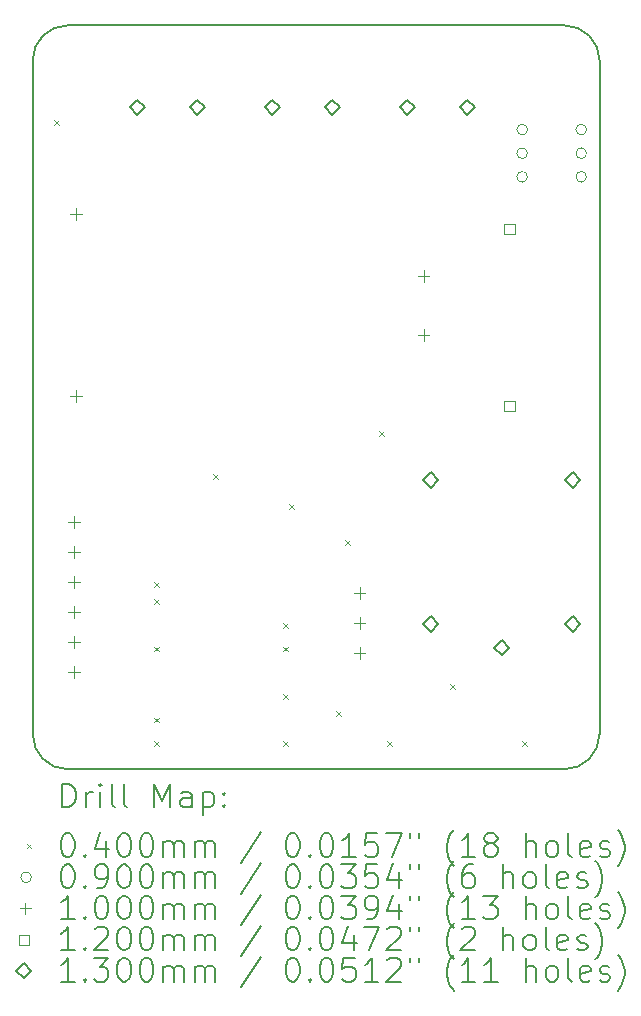
<source format=gbr>
%TF.GenerationSoftware,KiCad,Pcbnew,7.0.8*%
%TF.CreationDate,2024-05-10T00:52:23-03:00*%
%TF.ProjectId,on_off_module_x1,6f6e5f6f-6666-45f6-9d6f-64756c655f78,1.0*%
%TF.SameCoordinates,Original*%
%TF.FileFunction,Drillmap*%
%TF.FilePolarity,Positive*%
%FSLAX45Y45*%
G04 Gerber Fmt 4.5, Leading zero omitted, Abs format (unit mm)*
G04 Created by KiCad (PCBNEW 7.0.8) date 2024-05-10 00:52:23*
%MOMM*%
%LPD*%
G01*
G04 APERTURE LIST*
%ADD10C,0.200000*%
%ADD11C,0.040000*%
%ADD12C,0.090000*%
%ADD13C,0.100000*%
%ADD14C,0.120000*%
%ADD15C,0.130000*%
G04 APERTURE END LIST*
D10*
X17484303Y-6184035D02*
G75*
G03*
X17184303Y-5884035I-299992J8D01*
G01*
X12983800Y-5884035D02*
G75*
G03*
X12683800Y-6184035I-8J-299992D01*
G01*
X12683800Y-11884035D02*
G75*
G03*
X12983800Y-12184035I299992J-8D01*
G01*
X12983800Y-5884035D02*
X17184303Y-5884035D01*
X12683800Y-11884035D02*
X12683800Y-6184035D01*
X12983800Y-12184035D02*
X17183800Y-12184035D01*
X17484303Y-6184035D02*
X17483800Y-11884035D01*
X17183800Y-12184040D02*
G75*
G03*
X17483800Y-11884035I0J300000D01*
G01*
D11*
X12864000Y-6690420D02*
X12904000Y-6730420D01*
X12904000Y-6690420D02*
X12864000Y-6730420D01*
X13714700Y-10599900D02*
X13754700Y-10639900D01*
X13754700Y-10599900D02*
X13714700Y-10639900D01*
X13714700Y-10746100D02*
X13754700Y-10786100D01*
X13754700Y-10746100D02*
X13714700Y-10786100D01*
X13714700Y-11146100D02*
X13754700Y-11186100D01*
X13754700Y-11146100D02*
X13714700Y-11186100D01*
X13714700Y-11746100D02*
X13754700Y-11786100D01*
X13754700Y-11746100D02*
X13714700Y-11786100D01*
X13714700Y-11946100D02*
X13754700Y-11986100D01*
X13754700Y-11946100D02*
X13714700Y-11986100D01*
X14210200Y-9683150D02*
X14250200Y-9723150D01*
X14250200Y-9683150D02*
X14210200Y-9723150D01*
X14806900Y-10946100D02*
X14846900Y-10986100D01*
X14846900Y-10946100D02*
X14806900Y-10986100D01*
X14806900Y-11146100D02*
X14846900Y-11186100D01*
X14846900Y-11146100D02*
X14806900Y-11186100D01*
X14806900Y-11546100D02*
X14846900Y-11586100D01*
X14846900Y-11546100D02*
X14806900Y-11586100D01*
X14806900Y-11946100D02*
X14846900Y-11986100D01*
X14846900Y-11946100D02*
X14806900Y-11986100D01*
X14857900Y-9938550D02*
X14897900Y-9978550D01*
X14897900Y-9938550D02*
X14857900Y-9978550D01*
X15254000Y-11689750D02*
X15294000Y-11729750D01*
X15294000Y-11689750D02*
X15254000Y-11729750D01*
X15327800Y-10246420D02*
X15367800Y-10286420D01*
X15367800Y-10246420D02*
X15327800Y-10286420D01*
X15615200Y-9319320D02*
X15655200Y-9359320D01*
X15655200Y-9319320D02*
X15615200Y-9359320D01*
X15685800Y-11943750D02*
X15725800Y-11983750D01*
X15725800Y-11943750D02*
X15685800Y-11983750D01*
X16219200Y-11461150D02*
X16259200Y-11501150D01*
X16259200Y-11461150D02*
X16219200Y-11501150D01*
X16828800Y-11943750D02*
X16868800Y-11983750D01*
X16868800Y-11943750D02*
X16828800Y-11983750D01*
D12*
X16874000Y-6767620D02*
G75*
G03*
X16874000Y-6767620I-45000J0D01*
G01*
X16874000Y-6967620D02*
G75*
G03*
X16874000Y-6967620I-45000J0D01*
G01*
X16874000Y-7167620D02*
G75*
G03*
X16874000Y-7167620I-45000J0D01*
G01*
X17374000Y-6767620D02*
G75*
G03*
X17374000Y-6767620I-45000J0D01*
G01*
X17374000Y-6967620D02*
G75*
G03*
X17374000Y-6967620I-45000J0D01*
G01*
X17374000Y-7167620D02*
G75*
G03*
X17374000Y-7167620I-45000J0D01*
G01*
D13*
X13036400Y-10038620D02*
X13036400Y-10138620D01*
X12986400Y-10088620D02*
X13086400Y-10088620D01*
X13036400Y-10292620D02*
X13036400Y-10392620D01*
X12986400Y-10342620D02*
X13086400Y-10342620D01*
X13036400Y-10546620D02*
X13036400Y-10646620D01*
X12986400Y-10596620D02*
X13086400Y-10596620D01*
X13036400Y-10800620D02*
X13036400Y-10900620D01*
X12986400Y-10850620D02*
X13086400Y-10850620D01*
X13036400Y-11054620D02*
X13036400Y-11154620D01*
X12986400Y-11104620D02*
X13086400Y-11104620D01*
X13036400Y-11308620D02*
X13036400Y-11408620D01*
X12986400Y-11358620D02*
X13086400Y-11358620D01*
X13053650Y-7435350D02*
X13053650Y-7535350D01*
X13003650Y-7485350D02*
X13103650Y-7485350D01*
X13053650Y-8975350D02*
X13053650Y-9075350D01*
X13003650Y-9025350D02*
X13103650Y-9025350D01*
X15451800Y-10643750D02*
X15451800Y-10743750D01*
X15401800Y-10693750D02*
X15501800Y-10693750D01*
X15451800Y-10897750D02*
X15451800Y-10997750D01*
X15401800Y-10947750D02*
X15501800Y-10947750D01*
X15451800Y-11151750D02*
X15451800Y-11251750D01*
X15401800Y-11201750D02*
X15501800Y-11201750D01*
X15993650Y-7955350D02*
X15993650Y-8055350D01*
X15943650Y-8005350D02*
X16043650Y-8005350D01*
X15993650Y-8455350D02*
X15993650Y-8555350D01*
X15943650Y-8505350D02*
X16043650Y-8505350D01*
D14*
X16764227Y-7647777D02*
X16764227Y-7562923D01*
X16679373Y-7562923D01*
X16679373Y-7647777D01*
X16764227Y-7647777D01*
X16764227Y-9147777D02*
X16764227Y-9062923D01*
X16679373Y-9062923D01*
X16679373Y-9147777D01*
X16764227Y-9147777D01*
D15*
X13570300Y-6643600D02*
X13635300Y-6578600D01*
X13570300Y-6513600D01*
X13505300Y-6578600D01*
X13570300Y-6643600D01*
X14078300Y-6643600D02*
X14143300Y-6578600D01*
X14078300Y-6513600D01*
X14013300Y-6578600D01*
X14078300Y-6643600D01*
X14712800Y-6643600D02*
X14777800Y-6578600D01*
X14712800Y-6513600D01*
X14647800Y-6578600D01*
X14712800Y-6643600D01*
X15220800Y-6643600D02*
X15285800Y-6578600D01*
X15220800Y-6513600D01*
X15155800Y-6578600D01*
X15220800Y-6643600D01*
X15855800Y-6643600D02*
X15920800Y-6578600D01*
X15855800Y-6513600D01*
X15790800Y-6578600D01*
X15855800Y-6643600D01*
X16055200Y-9798550D02*
X16120200Y-9733550D01*
X16055200Y-9668550D01*
X15990200Y-9733550D01*
X16055200Y-9798550D01*
X16055200Y-11018550D02*
X16120200Y-10953550D01*
X16055200Y-10888550D01*
X15990200Y-10953550D01*
X16055200Y-11018550D01*
X16363800Y-6643600D02*
X16428800Y-6578600D01*
X16363800Y-6513600D01*
X16298800Y-6578600D01*
X16363800Y-6643600D01*
X16655200Y-11218550D02*
X16720200Y-11153550D01*
X16655200Y-11088550D01*
X16590200Y-11153550D01*
X16655200Y-11218550D01*
X17255200Y-9798550D02*
X17320200Y-9733550D01*
X17255200Y-9668550D01*
X17190200Y-9733550D01*
X17255200Y-9798550D01*
X17255200Y-11018550D02*
X17320200Y-10953550D01*
X17255200Y-10888550D01*
X17190200Y-10953550D01*
X17255200Y-11018550D01*
D10*
X12934577Y-12505519D02*
X12934577Y-12305519D01*
X12934577Y-12305519D02*
X12982196Y-12305519D01*
X12982196Y-12305519D02*
X13010767Y-12315043D01*
X13010767Y-12315043D02*
X13029815Y-12334090D01*
X13029815Y-12334090D02*
X13039339Y-12353138D01*
X13039339Y-12353138D02*
X13048862Y-12391233D01*
X13048862Y-12391233D02*
X13048862Y-12419805D01*
X13048862Y-12419805D02*
X13039339Y-12457900D01*
X13039339Y-12457900D02*
X13029815Y-12476947D01*
X13029815Y-12476947D02*
X13010767Y-12495995D01*
X13010767Y-12495995D02*
X12982196Y-12505519D01*
X12982196Y-12505519D02*
X12934577Y-12505519D01*
X13134577Y-12505519D02*
X13134577Y-12372186D01*
X13134577Y-12410281D02*
X13144100Y-12391233D01*
X13144100Y-12391233D02*
X13153624Y-12381709D01*
X13153624Y-12381709D02*
X13172672Y-12372186D01*
X13172672Y-12372186D02*
X13191720Y-12372186D01*
X13258386Y-12505519D02*
X13258386Y-12372186D01*
X13258386Y-12305519D02*
X13248862Y-12315043D01*
X13248862Y-12315043D02*
X13258386Y-12324567D01*
X13258386Y-12324567D02*
X13267910Y-12315043D01*
X13267910Y-12315043D02*
X13258386Y-12305519D01*
X13258386Y-12305519D02*
X13258386Y-12324567D01*
X13382196Y-12505519D02*
X13363148Y-12495995D01*
X13363148Y-12495995D02*
X13353624Y-12476947D01*
X13353624Y-12476947D02*
X13353624Y-12305519D01*
X13486958Y-12505519D02*
X13467910Y-12495995D01*
X13467910Y-12495995D02*
X13458386Y-12476947D01*
X13458386Y-12476947D02*
X13458386Y-12305519D01*
X13715529Y-12505519D02*
X13715529Y-12305519D01*
X13715529Y-12305519D02*
X13782196Y-12448376D01*
X13782196Y-12448376D02*
X13848862Y-12305519D01*
X13848862Y-12305519D02*
X13848862Y-12505519D01*
X14029815Y-12505519D02*
X14029815Y-12400757D01*
X14029815Y-12400757D02*
X14020291Y-12381709D01*
X14020291Y-12381709D02*
X14001243Y-12372186D01*
X14001243Y-12372186D02*
X13963148Y-12372186D01*
X13963148Y-12372186D02*
X13944100Y-12381709D01*
X14029815Y-12495995D02*
X14010767Y-12505519D01*
X14010767Y-12505519D02*
X13963148Y-12505519D01*
X13963148Y-12505519D02*
X13944100Y-12495995D01*
X13944100Y-12495995D02*
X13934577Y-12476947D01*
X13934577Y-12476947D02*
X13934577Y-12457900D01*
X13934577Y-12457900D02*
X13944100Y-12438852D01*
X13944100Y-12438852D02*
X13963148Y-12429328D01*
X13963148Y-12429328D02*
X14010767Y-12429328D01*
X14010767Y-12429328D02*
X14029815Y-12419805D01*
X14125053Y-12372186D02*
X14125053Y-12572186D01*
X14125053Y-12381709D02*
X14144100Y-12372186D01*
X14144100Y-12372186D02*
X14182196Y-12372186D01*
X14182196Y-12372186D02*
X14201243Y-12381709D01*
X14201243Y-12381709D02*
X14210767Y-12391233D01*
X14210767Y-12391233D02*
X14220291Y-12410281D01*
X14220291Y-12410281D02*
X14220291Y-12467424D01*
X14220291Y-12467424D02*
X14210767Y-12486471D01*
X14210767Y-12486471D02*
X14201243Y-12495995D01*
X14201243Y-12495995D02*
X14182196Y-12505519D01*
X14182196Y-12505519D02*
X14144100Y-12505519D01*
X14144100Y-12505519D02*
X14125053Y-12495995D01*
X14306005Y-12486471D02*
X14315529Y-12495995D01*
X14315529Y-12495995D02*
X14306005Y-12505519D01*
X14306005Y-12505519D02*
X14296481Y-12495995D01*
X14296481Y-12495995D02*
X14306005Y-12486471D01*
X14306005Y-12486471D02*
X14306005Y-12505519D01*
X14306005Y-12381709D02*
X14315529Y-12391233D01*
X14315529Y-12391233D02*
X14306005Y-12400757D01*
X14306005Y-12400757D02*
X14296481Y-12391233D01*
X14296481Y-12391233D02*
X14306005Y-12381709D01*
X14306005Y-12381709D02*
X14306005Y-12400757D01*
D11*
X12633800Y-12814035D02*
X12673800Y-12854035D01*
X12673800Y-12814035D02*
X12633800Y-12854035D01*
D10*
X12972672Y-12725519D02*
X12991720Y-12725519D01*
X12991720Y-12725519D02*
X13010767Y-12735043D01*
X13010767Y-12735043D02*
X13020291Y-12744567D01*
X13020291Y-12744567D02*
X13029815Y-12763614D01*
X13029815Y-12763614D02*
X13039339Y-12801709D01*
X13039339Y-12801709D02*
X13039339Y-12849328D01*
X13039339Y-12849328D02*
X13029815Y-12887424D01*
X13029815Y-12887424D02*
X13020291Y-12906471D01*
X13020291Y-12906471D02*
X13010767Y-12915995D01*
X13010767Y-12915995D02*
X12991720Y-12925519D01*
X12991720Y-12925519D02*
X12972672Y-12925519D01*
X12972672Y-12925519D02*
X12953624Y-12915995D01*
X12953624Y-12915995D02*
X12944100Y-12906471D01*
X12944100Y-12906471D02*
X12934577Y-12887424D01*
X12934577Y-12887424D02*
X12925053Y-12849328D01*
X12925053Y-12849328D02*
X12925053Y-12801709D01*
X12925053Y-12801709D02*
X12934577Y-12763614D01*
X12934577Y-12763614D02*
X12944100Y-12744567D01*
X12944100Y-12744567D02*
X12953624Y-12735043D01*
X12953624Y-12735043D02*
X12972672Y-12725519D01*
X13125053Y-12906471D02*
X13134577Y-12915995D01*
X13134577Y-12915995D02*
X13125053Y-12925519D01*
X13125053Y-12925519D02*
X13115529Y-12915995D01*
X13115529Y-12915995D02*
X13125053Y-12906471D01*
X13125053Y-12906471D02*
X13125053Y-12925519D01*
X13306005Y-12792186D02*
X13306005Y-12925519D01*
X13258386Y-12715995D02*
X13210767Y-12858852D01*
X13210767Y-12858852D02*
X13334577Y-12858852D01*
X13448862Y-12725519D02*
X13467910Y-12725519D01*
X13467910Y-12725519D02*
X13486958Y-12735043D01*
X13486958Y-12735043D02*
X13496481Y-12744567D01*
X13496481Y-12744567D02*
X13506005Y-12763614D01*
X13506005Y-12763614D02*
X13515529Y-12801709D01*
X13515529Y-12801709D02*
X13515529Y-12849328D01*
X13515529Y-12849328D02*
X13506005Y-12887424D01*
X13506005Y-12887424D02*
X13496481Y-12906471D01*
X13496481Y-12906471D02*
X13486958Y-12915995D01*
X13486958Y-12915995D02*
X13467910Y-12925519D01*
X13467910Y-12925519D02*
X13448862Y-12925519D01*
X13448862Y-12925519D02*
X13429815Y-12915995D01*
X13429815Y-12915995D02*
X13420291Y-12906471D01*
X13420291Y-12906471D02*
X13410767Y-12887424D01*
X13410767Y-12887424D02*
X13401243Y-12849328D01*
X13401243Y-12849328D02*
X13401243Y-12801709D01*
X13401243Y-12801709D02*
X13410767Y-12763614D01*
X13410767Y-12763614D02*
X13420291Y-12744567D01*
X13420291Y-12744567D02*
X13429815Y-12735043D01*
X13429815Y-12735043D02*
X13448862Y-12725519D01*
X13639339Y-12725519D02*
X13658386Y-12725519D01*
X13658386Y-12725519D02*
X13677434Y-12735043D01*
X13677434Y-12735043D02*
X13686958Y-12744567D01*
X13686958Y-12744567D02*
X13696481Y-12763614D01*
X13696481Y-12763614D02*
X13706005Y-12801709D01*
X13706005Y-12801709D02*
X13706005Y-12849328D01*
X13706005Y-12849328D02*
X13696481Y-12887424D01*
X13696481Y-12887424D02*
X13686958Y-12906471D01*
X13686958Y-12906471D02*
X13677434Y-12915995D01*
X13677434Y-12915995D02*
X13658386Y-12925519D01*
X13658386Y-12925519D02*
X13639339Y-12925519D01*
X13639339Y-12925519D02*
X13620291Y-12915995D01*
X13620291Y-12915995D02*
X13610767Y-12906471D01*
X13610767Y-12906471D02*
X13601243Y-12887424D01*
X13601243Y-12887424D02*
X13591720Y-12849328D01*
X13591720Y-12849328D02*
X13591720Y-12801709D01*
X13591720Y-12801709D02*
X13601243Y-12763614D01*
X13601243Y-12763614D02*
X13610767Y-12744567D01*
X13610767Y-12744567D02*
X13620291Y-12735043D01*
X13620291Y-12735043D02*
X13639339Y-12725519D01*
X13791720Y-12925519D02*
X13791720Y-12792186D01*
X13791720Y-12811233D02*
X13801243Y-12801709D01*
X13801243Y-12801709D02*
X13820291Y-12792186D01*
X13820291Y-12792186D02*
X13848862Y-12792186D01*
X13848862Y-12792186D02*
X13867910Y-12801709D01*
X13867910Y-12801709D02*
X13877434Y-12820757D01*
X13877434Y-12820757D02*
X13877434Y-12925519D01*
X13877434Y-12820757D02*
X13886958Y-12801709D01*
X13886958Y-12801709D02*
X13906005Y-12792186D01*
X13906005Y-12792186D02*
X13934577Y-12792186D01*
X13934577Y-12792186D02*
X13953624Y-12801709D01*
X13953624Y-12801709D02*
X13963148Y-12820757D01*
X13963148Y-12820757D02*
X13963148Y-12925519D01*
X14058386Y-12925519D02*
X14058386Y-12792186D01*
X14058386Y-12811233D02*
X14067910Y-12801709D01*
X14067910Y-12801709D02*
X14086958Y-12792186D01*
X14086958Y-12792186D02*
X14115529Y-12792186D01*
X14115529Y-12792186D02*
X14134577Y-12801709D01*
X14134577Y-12801709D02*
X14144101Y-12820757D01*
X14144101Y-12820757D02*
X14144101Y-12925519D01*
X14144101Y-12820757D02*
X14153624Y-12801709D01*
X14153624Y-12801709D02*
X14172672Y-12792186D01*
X14172672Y-12792186D02*
X14201243Y-12792186D01*
X14201243Y-12792186D02*
X14220291Y-12801709D01*
X14220291Y-12801709D02*
X14229815Y-12820757D01*
X14229815Y-12820757D02*
X14229815Y-12925519D01*
X14620291Y-12715995D02*
X14448863Y-12973138D01*
X14877434Y-12725519D02*
X14896482Y-12725519D01*
X14896482Y-12725519D02*
X14915529Y-12735043D01*
X14915529Y-12735043D02*
X14925053Y-12744567D01*
X14925053Y-12744567D02*
X14934577Y-12763614D01*
X14934577Y-12763614D02*
X14944101Y-12801709D01*
X14944101Y-12801709D02*
X14944101Y-12849328D01*
X14944101Y-12849328D02*
X14934577Y-12887424D01*
X14934577Y-12887424D02*
X14925053Y-12906471D01*
X14925053Y-12906471D02*
X14915529Y-12915995D01*
X14915529Y-12915995D02*
X14896482Y-12925519D01*
X14896482Y-12925519D02*
X14877434Y-12925519D01*
X14877434Y-12925519D02*
X14858386Y-12915995D01*
X14858386Y-12915995D02*
X14848863Y-12906471D01*
X14848863Y-12906471D02*
X14839339Y-12887424D01*
X14839339Y-12887424D02*
X14829815Y-12849328D01*
X14829815Y-12849328D02*
X14829815Y-12801709D01*
X14829815Y-12801709D02*
X14839339Y-12763614D01*
X14839339Y-12763614D02*
X14848863Y-12744567D01*
X14848863Y-12744567D02*
X14858386Y-12735043D01*
X14858386Y-12735043D02*
X14877434Y-12725519D01*
X15029815Y-12906471D02*
X15039339Y-12915995D01*
X15039339Y-12915995D02*
X15029815Y-12925519D01*
X15029815Y-12925519D02*
X15020291Y-12915995D01*
X15020291Y-12915995D02*
X15029815Y-12906471D01*
X15029815Y-12906471D02*
X15029815Y-12925519D01*
X15163148Y-12725519D02*
X15182196Y-12725519D01*
X15182196Y-12725519D02*
X15201244Y-12735043D01*
X15201244Y-12735043D02*
X15210767Y-12744567D01*
X15210767Y-12744567D02*
X15220291Y-12763614D01*
X15220291Y-12763614D02*
X15229815Y-12801709D01*
X15229815Y-12801709D02*
X15229815Y-12849328D01*
X15229815Y-12849328D02*
X15220291Y-12887424D01*
X15220291Y-12887424D02*
X15210767Y-12906471D01*
X15210767Y-12906471D02*
X15201244Y-12915995D01*
X15201244Y-12915995D02*
X15182196Y-12925519D01*
X15182196Y-12925519D02*
X15163148Y-12925519D01*
X15163148Y-12925519D02*
X15144101Y-12915995D01*
X15144101Y-12915995D02*
X15134577Y-12906471D01*
X15134577Y-12906471D02*
X15125053Y-12887424D01*
X15125053Y-12887424D02*
X15115529Y-12849328D01*
X15115529Y-12849328D02*
X15115529Y-12801709D01*
X15115529Y-12801709D02*
X15125053Y-12763614D01*
X15125053Y-12763614D02*
X15134577Y-12744567D01*
X15134577Y-12744567D02*
X15144101Y-12735043D01*
X15144101Y-12735043D02*
X15163148Y-12725519D01*
X15420291Y-12925519D02*
X15306005Y-12925519D01*
X15363148Y-12925519D02*
X15363148Y-12725519D01*
X15363148Y-12725519D02*
X15344101Y-12754090D01*
X15344101Y-12754090D02*
X15325053Y-12773138D01*
X15325053Y-12773138D02*
X15306005Y-12782662D01*
X15601244Y-12725519D02*
X15506005Y-12725519D01*
X15506005Y-12725519D02*
X15496482Y-12820757D01*
X15496482Y-12820757D02*
X15506005Y-12811233D01*
X15506005Y-12811233D02*
X15525053Y-12801709D01*
X15525053Y-12801709D02*
X15572672Y-12801709D01*
X15572672Y-12801709D02*
X15591720Y-12811233D01*
X15591720Y-12811233D02*
X15601244Y-12820757D01*
X15601244Y-12820757D02*
X15610767Y-12839805D01*
X15610767Y-12839805D02*
X15610767Y-12887424D01*
X15610767Y-12887424D02*
X15601244Y-12906471D01*
X15601244Y-12906471D02*
X15591720Y-12915995D01*
X15591720Y-12915995D02*
X15572672Y-12925519D01*
X15572672Y-12925519D02*
X15525053Y-12925519D01*
X15525053Y-12925519D02*
X15506005Y-12915995D01*
X15506005Y-12915995D02*
X15496482Y-12906471D01*
X15677434Y-12725519D02*
X15810767Y-12725519D01*
X15810767Y-12725519D02*
X15725053Y-12925519D01*
X15877434Y-12725519D02*
X15877434Y-12763614D01*
X15953625Y-12725519D02*
X15953625Y-12763614D01*
X16248863Y-13001709D02*
X16239339Y-12992186D01*
X16239339Y-12992186D02*
X16220291Y-12963614D01*
X16220291Y-12963614D02*
X16210767Y-12944567D01*
X16210767Y-12944567D02*
X16201244Y-12915995D01*
X16201244Y-12915995D02*
X16191720Y-12868376D01*
X16191720Y-12868376D02*
X16191720Y-12830281D01*
X16191720Y-12830281D02*
X16201244Y-12782662D01*
X16201244Y-12782662D02*
X16210767Y-12754090D01*
X16210767Y-12754090D02*
X16220291Y-12735043D01*
X16220291Y-12735043D02*
X16239339Y-12706471D01*
X16239339Y-12706471D02*
X16248863Y-12696947D01*
X16429815Y-12925519D02*
X16315529Y-12925519D01*
X16372672Y-12925519D02*
X16372672Y-12725519D01*
X16372672Y-12725519D02*
X16353625Y-12754090D01*
X16353625Y-12754090D02*
X16334577Y-12773138D01*
X16334577Y-12773138D02*
X16315529Y-12782662D01*
X16544101Y-12811233D02*
X16525053Y-12801709D01*
X16525053Y-12801709D02*
X16515529Y-12792186D01*
X16515529Y-12792186D02*
X16506006Y-12773138D01*
X16506006Y-12773138D02*
X16506006Y-12763614D01*
X16506006Y-12763614D02*
X16515529Y-12744567D01*
X16515529Y-12744567D02*
X16525053Y-12735043D01*
X16525053Y-12735043D02*
X16544101Y-12725519D01*
X16544101Y-12725519D02*
X16582196Y-12725519D01*
X16582196Y-12725519D02*
X16601244Y-12735043D01*
X16601244Y-12735043D02*
X16610767Y-12744567D01*
X16610767Y-12744567D02*
X16620291Y-12763614D01*
X16620291Y-12763614D02*
X16620291Y-12773138D01*
X16620291Y-12773138D02*
X16610767Y-12792186D01*
X16610767Y-12792186D02*
X16601244Y-12801709D01*
X16601244Y-12801709D02*
X16582196Y-12811233D01*
X16582196Y-12811233D02*
X16544101Y-12811233D01*
X16544101Y-12811233D02*
X16525053Y-12820757D01*
X16525053Y-12820757D02*
X16515529Y-12830281D01*
X16515529Y-12830281D02*
X16506006Y-12849328D01*
X16506006Y-12849328D02*
X16506006Y-12887424D01*
X16506006Y-12887424D02*
X16515529Y-12906471D01*
X16515529Y-12906471D02*
X16525053Y-12915995D01*
X16525053Y-12915995D02*
X16544101Y-12925519D01*
X16544101Y-12925519D02*
X16582196Y-12925519D01*
X16582196Y-12925519D02*
X16601244Y-12915995D01*
X16601244Y-12915995D02*
X16610767Y-12906471D01*
X16610767Y-12906471D02*
X16620291Y-12887424D01*
X16620291Y-12887424D02*
X16620291Y-12849328D01*
X16620291Y-12849328D02*
X16610767Y-12830281D01*
X16610767Y-12830281D02*
X16601244Y-12820757D01*
X16601244Y-12820757D02*
X16582196Y-12811233D01*
X16858387Y-12925519D02*
X16858387Y-12725519D01*
X16944101Y-12925519D02*
X16944101Y-12820757D01*
X16944101Y-12820757D02*
X16934577Y-12801709D01*
X16934577Y-12801709D02*
X16915530Y-12792186D01*
X16915530Y-12792186D02*
X16886958Y-12792186D01*
X16886958Y-12792186D02*
X16867910Y-12801709D01*
X16867910Y-12801709D02*
X16858387Y-12811233D01*
X17067910Y-12925519D02*
X17048863Y-12915995D01*
X17048863Y-12915995D02*
X17039339Y-12906471D01*
X17039339Y-12906471D02*
X17029815Y-12887424D01*
X17029815Y-12887424D02*
X17029815Y-12830281D01*
X17029815Y-12830281D02*
X17039339Y-12811233D01*
X17039339Y-12811233D02*
X17048863Y-12801709D01*
X17048863Y-12801709D02*
X17067910Y-12792186D01*
X17067910Y-12792186D02*
X17096482Y-12792186D01*
X17096482Y-12792186D02*
X17115530Y-12801709D01*
X17115530Y-12801709D02*
X17125053Y-12811233D01*
X17125053Y-12811233D02*
X17134577Y-12830281D01*
X17134577Y-12830281D02*
X17134577Y-12887424D01*
X17134577Y-12887424D02*
X17125053Y-12906471D01*
X17125053Y-12906471D02*
X17115530Y-12915995D01*
X17115530Y-12915995D02*
X17096482Y-12925519D01*
X17096482Y-12925519D02*
X17067910Y-12925519D01*
X17248863Y-12925519D02*
X17229815Y-12915995D01*
X17229815Y-12915995D02*
X17220291Y-12896947D01*
X17220291Y-12896947D02*
X17220291Y-12725519D01*
X17401244Y-12915995D02*
X17382196Y-12925519D01*
X17382196Y-12925519D02*
X17344101Y-12925519D01*
X17344101Y-12925519D02*
X17325053Y-12915995D01*
X17325053Y-12915995D02*
X17315530Y-12896947D01*
X17315530Y-12896947D02*
X17315530Y-12820757D01*
X17315530Y-12820757D02*
X17325053Y-12801709D01*
X17325053Y-12801709D02*
X17344101Y-12792186D01*
X17344101Y-12792186D02*
X17382196Y-12792186D01*
X17382196Y-12792186D02*
X17401244Y-12801709D01*
X17401244Y-12801709D02*
X17410768Y-12820757D01*
X17410768Y-12820757D02*
X17410768Y-12839805D01*
X17410768Y-12839805D02*
X17315530Y-12858852D01*
X17486958Y-12915995D02*
X17506006Y-12925519D01*
X17506006Y-12925519D02*
X17544101Y-12925519D01*
X17544101Y-12925519D02*
X17563149Y-12915995D01*
X17563149Y-12915995D02*
X17572672Y-12896947D01*
X17572672Y-12896947D02*
X17572672Y-12887424D01*
X17572672Y-12887424D02*
X17563149Y-12868376D01*
X17563149Y-12868376D02*
X17544101Y-12858852D01*
X17544101Y-12858852D02*
X17515530Y-12858852D01*
X17515530Y-12858852D02*
X17496482Y-12849328D01*
X17496482Y-12849328D02*
X17486958Y-12830281D01*
X17486958Y-12830281D02*
X17486958Y-12820757D01*
X17486958Y-12820757D02*
X17496482Y-12801709D01*
X17496482Y-12801709D02*
X17515530Y-12792186D01*
X17515530Y-12792186D02*
X17544101Y-12792186D01*
X17544101Y-12792186D02*
X17563149Y-12801709D01*
X17639339Y-13001709D02*
X17648863Y-12992186D01*
X17648863Y-12992186D02*
X17667911Y-12963614D01*
X17667911Y-12963614D02*
X17677434Y-12944567D01*
X17677434Y-12944567D02*
X17686958Y-12915995D01*
X17686958Y-12915995D02*
X17696482Y-12868376D01*
X17696482Y-12868376D02*
X17696482Y-12830281D01*
X17696482Y-12830281D02*
X17686958Y-12782662D01*
X17686958Y-12782662D02*
X17677434Y-12754090D01*
X17677434Y-12754090D02*
X17667911Y-12735043D01*
X17667911Y-12735043D02*
X17648863Y-12706471D01*
X17648863Y-12706471D02*
X17639339Y-12696947D01*
D12*
X12673800Y-13098035D02*
G75*
G03*
X12673800Y-13098035I-45000J0D01*
G01*
D10*
X12972672Y-12989519D02*
X12991720Y-12989519D01*
X12991720Y-12989519D02*
X13010767Y-12999043D01*
X13010767Y-12999043D02*
X13020291Y-13008567D01*
X13020291Y-13008567D02*
X13029815Y-13027614D01*
X13029815Y-13027614D02*
X13039339Y-13065709D01*
X13039339Y-13065709D02*
X13039339Y-13113328D01*
X13039339Y-13113328D02*
X13029815Y-13151424D01*
X13029815Y-13151424D02*
X13020291Y-13170471D01*
X13020291Y-13170471D02*
X13010767Y-13179995D01*
X13010767Y-13179995D02*
X12991720Y-13189519D01*
X12991720Y-13189519D02*
X12972672Y-13189519D01*
X12972672Y-13189519D02*
X12953624Y-13179995D01*
X12953624Y-13179995D02*
X12944100Y-13170471D01*
X12944100Y-13170471D02*
X12934577Y-13151424D01*
X12934577Y-13151424D02*
X12925053Y-13113328D01*
X12925053Y-13113328D02*
X12925053Y-13065709D01*
X12925053Y-13065709D02*
X12934577Y-13027614D01*
X12934577Y-13027614D02*
X12944100Y-13008567D01*
X12944100Y-13008567D02*
X12953624Y-12999043D01*
X12953624Y-12999043D02*
X12972672Y-12989519D01*
X13125053Y-13170471D02*
X13134577Y-13179995D01*
X13134577Y-13179995D02*
X13125053Y-13189519D01*
X13125053Y-13189519D02*
X13115529Y-13179995D01*
X13115529Y-13179995D02*
X13125053Y-13170471D01*
X13125053Y-13170471D02*
X13125053Y-13189519D01*
X13229815Y-13189519D02*
X13267910Y-13189519D01*
X13267910Y-13189519D02*
X13286958Y-13179995D01*
X13286958Y-13179995D02*
X13296481Y-13170471D01*
X13296481Y-13170471D02*
X13315529Y-13141900D01*
X13315529Y-13141900D02*
X13325053Y-13103805D01*
X13325053Y-13103805D02*
X13325053Y-13027614D01*
X13325053Y-13027614D02*
X13315529Y-13008567D01*
X13315529Y-13008567D02*
X13306005Y-12999043D01*
X13306005Y-12999043D02*
X13286958Y-12989519D01*
X13286958Y-12989519D02*
X13248862Y-12989519D01*
X13248862Y-12989519D02*
X13229815Y-12999043D01*
X13229815Y-12999043D02*
X13220291Y-13008567D01*
X13220291Y-13008567D02*
X13210767Y-13027614D01*
X13210767Y-13027614D02*
X13210767Y-13075233D01*
X13210767Y-13075233D02*
X13220291Y-13094281D01*
X13220291Y-13094281D02*
X13229815Y-13103805D01*
X13229815Y-13103805D02*
X13248862Y-13113328D01*
X13248862Y-13113328D02*
X13286958Y-13113328D01*
X13286958Y-13113328D02*
X13306005Y-13103805D01*
X13306005Y-13103805D02*
X13315529Y-13094281D01*
X13315529Y-13094281D02*
X13325053Y-13075233D01*
X13448862Y-12989519D02*
X13467910Y-12989519D01*
X13467910Y-12989519D02*
X13486958Y-12999043D01*
X13486958Y-12999043D02*
X13496481Y-13008567D01*
X13496481Y-13008567D02*
X13506005Y-13027614D01*
X13506005Y-13027614D02*
X13515529Y-13065709D01*
X13515529Y-13065709D02*
X13515529Y-13113328D01*
X13515529Y-13113328D02*
X13506005Y-13151424D01*
X13506005Y-13151424D02*
X13496481Y-13170471D01*
X13496481Y-13170471D02*
X13486958Y-13179995D01*
X13486958Y-13179995D02*
X13467910Y-13189519D01*
X13467910Y-13189519D02*
X13448862Y-13189519D01*
X13448862Y-13189519D02*
X13429815Y-13179995D01*
X13429815Y-13179995D02*
X13420291Y-13170471D01*
X13420291Y-13170471D02*
X13410767Y-13151424D01*
X13410767Y-13151424D02*
X13401243Y-13113328D01*
X13401243Y-13113328D02*
X13401243Y-13065709D01*
X13401243Y-13065709D02*
X13410767Y-13027614D01*
X13410767Y-13027614D02*
X13420291Y-13008567D01*
X13420291Y-13008567D02*
X13429815Y-12999043D01*
X13429815Y-12999043D02*
X13448862Y-12989519D01*
X13639339Y-12989519D02*
X13658386Y-12989519D01*
X13658386Y-12989519D02*
X13677434Y-12999043D01*
X13677434Y-12999043D02*
X13686958Y-13008567D01*
X13686958Y-13008567D02*
X13696481Y-13027614D01*
X13696481Y-13027614D02*
X13706005Y-13065709D01*
X13706005Y-13065709D02*
X13706005Y-13113328D01*
X13706005Y-13113328D02*
X13696481Y-13151424D01*
X13696481Y-13151424D02*
X13686958Y-13170471D01*
X13686958Y-13170471D02*
X13677434Y-13179995D01*
X13677434Y-13179995D02*
X13658386Y-13189519D01*
X13658386Y-13189519D02*
X13639339Y-13189519D01*
X13639339Y-13189519D02*
X13620291Y-13179995D01*
X13620291Y-13179995D02*
X13610767Y-13170471D01*
X13610767Y-13170471D02*
X13601243Y-13151424D01*
X13601243Y-13151424D02*
X13591720Y-13113328D01*
X13591720Y-13113328D02*
X13591720Y-13065709D01*
X13591720Y-13065709D02*
X13601243Y-13027614D01*
X13601243Y-13027614D02*
X13610767Y-13008567D01*
X13610767Y-13008567D02*
X13620291Y-12999043D01*
X13620291Y-12999043D02*
X13639339Y-12989519D01*
X13791720Y-13189519D02*
X13791720Y-13056186D01*
X13791720Y-13075233D02*
X13801243Y-13065709D01*
X13801243Y-13065709D02*
X13820291Y-13056186D01*
X13820291Y-13056186D02*
X13848862Y-13056186D01*
X13848862Y-13056186D02*
X13867910Y-13065709D01*
X13867910Y-13065709D02*
X13877434Y-13084757D01*
X13877434Y-13084757D02*
X13877434Y-13189519D01*
X13877434Y-13084757D02*
X13886958Y-13065709D01*
X13886958Y-13065709D02*
X13906005Y-13056186D01*
X13906005Y-13056186D02*
X13934577Y-13056186D01*
X13934577Y-13056186D02*
X13953624Y-13065709D01*
X13953624Y-13065709D02*
X13963148Y-13084757D01*
X13963148Y-13084757D02*
X13963148Y-13189519D01*
X14058386Y-13189519D02*
X14058386Y-13056186D01*
X14058386Y-13075233D02*
X14067910Y-13065709D01*
X14067910Y-13065709D02*
X14086958Y-13056186D01*
X14086958Y-13056186D02*
X14115529Y-13056186D01*
X14115529Y-13056186D02*
X14134577Y-13065709D01*
X14134577Y-13065709D02*
X14144101Y-13084757D01*
X14144101Y-13084757D02*
X14144101Y-13189519D01*
X14144101Y-13084757D02*
X14153624Y-13065709D01*
X14153624Y-13065709D02*
X14172672Y-13056186D01*
X14172672Y-13056186D02*
X14201243Y-13056186D01*
X14201243Y-13056186D02*
X14220291Y-13065709D01*
X14220291Y-13065709D02*
X14229815Y-13084757D01*
X14229815Y-13084757D02*
X14229815Y-13189519D01*
X14620291Y-12979995D02*
X14448863Y-13237138D01*
X14877434Y-12989519D02*
X14896482Y-12989519D01*
X14896482Y-12989519D02*
X14915529Y-12999043D01*
X14915529Y-12999043D02*
X14925053Y-13008567D01*
X14925053Y-13008567D02*
X14934577Y-13027614D01*
X14934577Y-13027614D02*
X14944101Y-13065709D01*
X14944101Y-13065709D02*
X14944101Y-13113328D01*
X14944101Y-13113328D02*
X14934577Y-13151424D01*
X14934577Y-13151424D02*
X14925053Y-13170471D01*
X14925053Y-13170471D02*
X14915529Y-13179995D01*
X14915529Y-13179995D02*
X14896482Y-13189519D01*
X14896482Y-13189519D02*
X14877434Y-13189519D01*
X14877434Y-13189519D02*
X14858386Y-13179995D01*
X14858386Y-13179995D02*
X14848863Y-13170471D01*
X14848863Y-13170471D02*
X14839339Y-13151424D01*
X14839339Y-13151424D02*
X14829815Y-13113328D01*
X14829815Y-13113328D02*
X14829815Y-13065709D01*
X14829815Y-13065709D02*
X14839339Y-13027614D01*
X14839339Y-13027614D02*
X14848863Y-13008567D01*
X14848863Y-13008567D02*
X14858386Y-12999043D01*
X14858386Y-12999043D02*
X14877434Y-12989519D01*
X15029815Y-13170471D02*
X15039339Y-13179995D01*
X15039339Y-13179995D02*
X15029815Y-13189519D01*
X15029815Y-13189519D02*
X15020291Y-13179995D01*
X15020291Y-13179995D02*
X15029815Y-13170471D01*
X15029815Y-13170471D02*
X15029815Y-13189519D01*
X15163148Y-12989519D02*
X15182196Y-12989519D01*
X15182196Y-12989519D02*
X15201244Y-12999043D01*
X15201244Y-12999043D02*
X15210767Y-13008567D01*
X15210767Y-13008567D02*
X15220291Y-13027614D01*
X15220291Y-13027614D02*
X15229815Y-13065709D01*
X15229815Y-13065709D02*
X15229815Y-13113328D01*
X15229815Y-13113328D02*
X15220291Y-13151424D01*
X15220291Y-13151424D02*
X15210767Y-13170471D01*
X15210767Y-13170471D02*
X15201244Y-13179995D01*
X15201244Y-13179995D02*
X15182196Y-13189519D01*
X15182196Y-13189519D02*
X15163148Y-13189519D01*
X15163148Y-13189519D02*
X15144101Y-13179995D01*
X15144101Y-13179995D02*
X15134577Y-13170471D01*
X15134577Y-13170471D02*
X15125053Y-13151424D01*
X15125053Y-13151424D02*
X15115529Y-13113328D01*
X15115529Y-13113328D02*
X15115529Y-13065709D01*
X15115529Y-13065709D02*
X15125053Y-13027614D01*
X15125053Y-13027614D02*
X15134577Y-13008567D01*
X15134577Y-13008567D02*
X15144101Y-12999043D01*
X15144101Y-12999043D02*
X15163148Y-12989519D01*
X15296482Y-12989519D02*
X15420291Y-12989519D01*
X15420291Y-12989519D02*
X15353624Y-13065709D01*
X15353624Y-13065709D02*
X15382196Y-13065709D01*
X15382196Y-13065709D02*
X15401244Y-13075233D01*
X15401244Y-13075233D02*
X15410767Y-13084757D01*
X15410767Y-13084757D02*
X15420291Y-13103805D01*
X15420291Y-13103805D02*
X15420291Y-13151424D01*
X15420291Y-13151424D02*
X15410767Y-13170471D01*
X15410767Y-13170471D02*
X15401244Y-13179995D01*
X15401244Y-13179995D02*
X15382196Y-13189519D01*
X15382196Y-13189519D02*
X15325053Y-13189519D01*
X15325053Y-13189519D02*
X15306005Y-13179995D01*
X15306005Y-13179995D02*
X15296482Y-13170471D01*
X15601244Y-12989519D02*
X15506005Y-12989519D01*
X15506005Y-12989519D02*
X15496482Y-13084757D01*
X15496482Y-13084757D02*
X15506005Y-13075233D01*
X15506005Y-13075233D02*
X15525053Y-13065709D01*
X15525053Y-13065709D02*
X15572672Y-13065709D01*
X15572672Y-13065709D02*
X15591720Y-13075233D01*
X15591720Y-13075233D02*
X15601244Y-13084757D01*
X15601244Y-13084757D02*
X15610767Y-13103805D01*
X15610767Y-13103805D02*
X15610767Y-13151424D01*
X15610767Y-13151424D02*
X15601244Y-13170471D01*
X15601244Y-13170471D02*
X15591720Y-13179995D01*
X15591720Y-13179995D02*
X15572672Y-13189519D01*
X15572672Y-13189519D02*
X15525053Y-13189519D01*
X15525053Y-13189519D02*
X15506005Y-13179995D01*
X15506005Y-13179995D02*
X15496482Y-13170471D01*
X15782196Y-13056186D02*
X15782196Y-13189519D01*
X15734577Y-12979995D02*
X15686958Y-13122852D01*
X15686958Y-13122852D02*
X15810767Y-13122852D01*
X15877434Y-12989519D02*
X15877434Y-13027614D01*
X15953625Y-12989519D02*
X15953625Y-13027614D01*
X16248863Y-13265709D02*
X16239339Y-13256186D01*
X16239339Y-13256186D02*
X16220291Y-13227614D01*
X16220291Y-13227614D02*
X16210767Y-13208567D01*
X16210767Y-13208567D02*
X16201244Y-13179995D01*
X16201244Y-13179995D02*
X16191720Y-13132376D01*
X16191720Y-13132376D02*
X16191720Y-13094281D01*
X16191720Y-13094281D02*
X16201244Y-13046662D01*
X16201244Y-13046662D02*
X16210767Y-13018090D01*
X16210767Y-13018090D02*
X16220291Y-12999043D01*
X16220291Y-12999043D02*
X16239339Y-12970471D01*
X16239339Y-12970471D02*
X16248863Y-12960947D01*
X16410767Y-12989519D02*
X16372672Y-12989519D01*
X16372672Y-12989519D02*
X16353625Y-12999043D01*
X16353625Y-12999043D02*
X16344101Y-13008567D01*
X16344101Y-13008567D02*
X16325053Y-13037138D01*
X16325053Y-13037138D02*
X16315529Y-13075233D01*
X16315529Y-13075233D02*
X16315529Y-13151424D01*
X16315529Y-13151424D02*
X16325053Y-13170471D01*
X16325053Y-13170471D02*
X16334577Y-13179995D01*
X16334577Y-13179995D02*
X16353625Y-13189519D01*
X16353625Y-13189519D02*
X16391720Y-13189519D01*
X16391720Y-13189519D02*
X16410767Y-13179995D01*
X16410767Y-13179995D02*
X16420291Y-13170471D01*
X16420291Y-13170471D02*
X16429815Y-13151424D01*
X16429815Y-13151424D02*
X16429815Y-13103805D01*
X16429815Y-13103805D02*
X16420291Y-13084757D01*
X16420291Y-13084757D02*
X16410767Y-13075233D01*
X16410767Y-13075233D02*
X16391720Y-13065709D01*
X16391720Y-13065709D02*
X16353625Y-13065709D01*
X16353625Y-13065709D02*
X16334577Y-13075233D01*
X16334577Y-13075233D02*
X16325053Y-13084757D01*
X16325053Y-13084757D02*
X16315529Y-13103805D01*
X16667910Y-13189519D02*
X16667910Y-12989519D01*
X16753625Y-13189519D02*
X16753625Y-13084757D01*
X16753625Y-13084757D02*
X16744101Y-13065709D01*
X16744101Y-13065709D02*
X16725053Y-13056186D01*
X16725053Y-13056186D02*
X16696482Y-13056186D01*
X16696482Y-13056186D02*
X16677434Y-13065709D01*
X16677434Y-13065709D02*
X16667910Y-13075233D01*
X16877434Y-13189519D02*
X16858387Y-13179995D01*
X16858387Y-13179995D02*
X16848863Y-13170471D01*
X16848863Y-13170471D02*
X16839339Y-13151424D01*
X16839339Y-13151424D02*
X16839339Y-13094281D01*
X16839339Y-13094281D02*
X16848863Y-13075233D01*
X16848863Y-13075233D02*
X16858387Y-13065709D01*
X16858387Y-13065709D02*
X16877434Y-13056186D01*
X16877434Y-13056186D02*
X16906006Y-13056186D01*
X16906006Y-13056186D02*
X16925053Y-13065709D01*
X16925053Y-13065709D02*
X16934577Y-13075233D01*
X16934577Y-13075233D02*
X16944101Y-13094281D01*
X16944101Y-13094281D02*
X16944101Y-13151424D01*
X16944101Y-13151424D02*
X16934577Y-13170471D01*
X16934577Y-13170471D02*
X16925053Y-13179995D01*
X16925053Y-13179995D02*
X16906006Y-13189519D01*
X16906006Y-13189519D02*
X16877434Y-13189519D01*
X17058387Y-13189519D02*
X17039339Y-13179995D01*
X17039339Y-13179995D02*
X17029815Y-13160947D01*
X17029815Y-13160947D02*
X17029815Y-12989519D01*
X17210768Y-13179995D02*
X17191720Y-13189519D01*
X17191720Y-13189519D02*
X17153625Y-13189519D01*
X17153625Y-13189519D02*
X17134577Y-13179995D01*
X17134577Y-13179995D02*
X17125053Y-13160947D01*
X17125053Y-13160947D02*
X17125053Y-13084757D01*
X17125053Y-13084757D02*
X17134577Y-13065709D01*
X17134577Y-13065709D02*
X17153625Y-13056186D01*
X17153625Y-13056186D02*
X17191720Y-13056186D01*
X17191720Y-13056186D02*
X17210768Y-13065709D01*
X17210768Y-13065709D02*
X17220291Y-13084757D01*
X17220291Y-13084757D02*
X17220291Y-13103805D01*
X17220291Y-13103805D02*
X17125053Y-13122852D01*
X17296482Y-13179995D02*
X17315530Y-13189519D01*
X17315530Y-13189519D02*
X17353625Y-13189519D01*
X17353625Y-13189519D02*
X17372672Y-13179995D01*
X17372672Y-13179995D02*
X17382196Y-13160947D01*
X17382196Y-13160947D02*
X17382196Y-13151424D01*
X17382196Y-13151424D02*
X17372672Y-13132376D01*
X17372672Y-13132376D02*
X17353625Y-13122852D01*
X17353625Y-13122852D02*
X17325053Y-13122852D01*
X17325053Y-13122852D02*
X17306006Y-13113328D01*
X17306006Y-13113328D02*
X17296482Y-13094281D01*
X17296482Y-13094281D02*
X17296482Y-13084757D01*
X17296482Y-13084757D02*
X17306006Y-13065709D01*
X17306006Y-13065709D02*
X17325053Y-13056186D01*
X17325053Y-13056186D02*
X17353625Y-13056186D01*
X17353625Y-13056186D02*
X17372672Y-13065709D01*
X17448863Y-13265709D02*
X17458387Y-13256186D01*
X17458387Y-13256186D02*
X17477434Y-13227614D01*
X17477434Y-13227614D02*
X17486958Y-13208567D01*
X17486958Y-13208567D02*
X17496482Y-13179995D01*
X17496482Y-13179995D02*
X17506006Y-13132376D01*
X17506006Y-13132376D02*
X17506006Y-13094281D01*
X17506006Y-13094281D02*
X17496482Y-13046662D01*
X17496482Y-13046662D02*
X17486958Y-13018090D01*
X17486958Y-13018090D02*
X17477434Y-12999043D01*
X17477434Y-12999043D02*
X17458387Y-12970471D01*
X17458387Y-12970471D02*
X17448863Y-12960947D01*
D13*
X12623800Y-13312035D02*
X12623800Y-13412035D01*
X12573800Y-13362035D02*
X12673800Y-13362035D01*
D10*
X13039339Y-13453519D02*
X12925053Y-13453519D01*
X12982196Y-13453519D02*
X12982196Y-13253519D01*
X12982196Y-13253519D02*
X12963148Y-13282090D01*
X12963148Y-13282090D02*
X12944100Y-13301138D01*
X12944100Y-13301138D02*
X12925053Y-13310662D01*
X13125053Y-13434471D02*
X13134577Y-13443995D01*
X13134577Y-13443995D02*
X13125053Y-13453519D01*
X13125053Y-13453519D02*
X13115529Y-13443995D01*
X13115529Y-13443995D02*
X13125053Y-13434471D01*
X13125053Y-13434471D02*
X13125053Y-13453519D01*
X13258386Y-13253519D02*
X13277434Y-13253519D01*
X13277434Y-13253519D02*
X13296481Y-13263043D01*
X13296481Y-13263043D02*
X13306005Y-13272567D01*
X13306005Y-13272567D02*
X13315529Y-13291614D01*
X13315529Y-13291614D02*
X13325053Y-13329709D01*
X13325053Y-13329709D02*
X13325053Y-13377328D01*
X13325053Y-13377328D02*
X13315529Y-13415424D01*
X13315529Y-13415424D02*
X13306005Y-13434471D01*
X13306005Y-13434471D02*
X13296481Y-13443995D01*
X13296481Y-13443995D02*
X13277434Y-13453519D01*
X13277434Y-13453519D02*
X13258386Y-13453519D01*
X13258386Y-13453519D02*
X13239339Y-13443995D01*
X13239339Y-13443995D02*
X13229815Y-13434471D01*
X13229815Y-13434471D02*
X13220291Y-13415424D01*
X13220291Y-13415424D02*
X13210767Y-13377328D01*
X13210767Y-13377328D02*
X13210767Y-13329709D01*
X13210767Y-13329709D02*
X13220291Y-13291614D01*
X13220291Y-13291614D02*
X13229815Y-13272567D01*
X13229815Y-13272567D02*
X13239339Y-13263043D01*
X13239339Y-13263043D02*
X13258386Y-13253519D01*
X13448862Y-13253519D02*
X13467910Y-13253519D01*
X13467910Y-13253519D02*
X13486958Y-13263043D01*
X13486958Y-13263043D02*
X13496481Y-13272567D01*
X13496481Y-13272567D02*
X13506005Y-13291614D01*
X13506005Y-13291614D02*
X13515529Y-13329709D01*
X13515529Y-13329709D02*
X13515529Y-13377328D01*
X13515529Y-13377328D02*
X13506005Y-13415424D01*
X13506005Y-13415424D02*
X13496481Y-13434471D01*
X13496481Y-13434471D02*
X13486958Y-13443995D01*
X13486958Y-13443995D02*
X13467910Y-13453519D01*
X13467910Y-13453519D02*
X13448862Y-13453519D01*
X13448862Y-13453519D02*
X13429815Y-13443995D01*
X13429815Y-13443995D02*
X13420291Y-13434471D01*
X13420291Y-13434471D02*
X13410767Y-13415424D01*
X13410767Y-13415424D02*
X13401243Y-13377328D01*
X13401243Y-13377328D02*
X13401243Y-13329709D01*
X13401243Y-13329709D02*
X13410767Y-13291614D01*
X13410767Y-13291614D02*
X13420291Y-13272567D01*
X13420291Y-13272567D02*
X13429815Y-13263043D01*
X13429815Y-13263043D02*
X13448862Y-13253519D01*
X13639339Y-13253519D02*
X13658386Y-13253519D01*
X13658386Y-13253519D02*
X13677434Y-13263043D01*
X13677434Y-13263043D02*
X13686958Y-13272567D01*
X13686958Y-13272567D02*
X13696481Y-13291614D01*
X13696481Y-13291614D02*
X13706005Y-13329709D01*
X13706005Y-13329709D02*
X13706005Y-13377328D01*
X13706005Y-13377328D02*
X13696481Y-13415424D01*
X13696481Y-13415424D02*
X13686958Y-13434471D01*
X13686958Y-13434471D02*
X13677434Y-13443995D01*
X13677434Y-13443995D02*
X13658386Y-13453519D01*
X13658386Y-13453519D02*
X13639339Y-13453519D01*
X13639339Y-13453519D02*
X13620291Y-13443995D01*
X13620291Y-13443995D02*
X13610767Y-13434471D01*
X13610767Y-13434471D02*
X13601243Y-13415424D01*
X13601243Y-13415424D02*
X13591720Y-13377328D01*
X13591720Y-13377328D02*
X13591720Y-13329709D01*
X13591720Y-13329709D02*
X13601243Y-13291614D01*
X13601243Y-13291614D02*
X13610767Y-13272567D01*
X13610767Y-13272567D02*
X13620291Y-13263043D01*
X13620291Y-13263043D02*
X13639339Y-13253519D01*
X13791720Y-13453519D02*
X13791720Y-13320186D01*
X13791720Y-13339233D02*
X13801243Y-13329709D01*
X13801243Y-13329709D02*
X13820291Y-13320186D01*
X13820291Y-13320186D02*
X13848862Y-13320186D01*
X13848862Y-13320186D02*
X13867910Y-13329709D01*
X13867910Y-13329709D02*
X13877434Y-13348757D01*
X13877434Y-13348757D02*
X13877434Y-13453519D01*
X13877434Y-13348757D02*
X13886958Y-13329709D01*
X13886958Y-13329709D02*
X13906005Y-13320186D01*
X13906005Y-13320186D02*
X13934577Y-13320186D01*
X13934577Y-13320186D02*
X13953624Y-13329709D01*
X13953624Y-13329709D02*
X13963148Y-13348757D01*
X13963148Y-13348757D02*
X13963148Y-13453519D01*
X14058386Y-13453519D02*
X14058386Y-13320186D01*
X14058386Y-13339233D02*
X14067910Y-13329709D01*
X14067910Y-13329709D02*
X14086958Y-13320186D01*
X14086958Y-13320186D02*
X14115529Y-13320186D01*
X14115529Y-13320186D02*
X14134577Y-13329709D01*
X14134577Y-13329709D02*
X14144101Y-13348757D01*
X14144101Y-13348757D02*
X14144101Y-13453519D01*
X14144101Y-13348757D02*
X14153624Y-13329709D01*
X14153624Y-13329709D02*
X14172672Y-13320186D01*
X14172672Y-13320186D02*
X14201243Y-13320186D01*
X14201243Y-13320186D02*
X14220291Y-13329709D01*
X14220291Y-13329709D02*
X14229815Y-13348757D01*
X14229815Y-13348757D02*
X14229815Y-13453519D01*
X14620291Y-13243995D02*
X14448863Y-13501138D01*
X14877434Y-13253519D02*
X14896482Y-13253519D01*
X14896482Y-13253519D02*
X14915529Y-13263043D01*
X14915529Y-13263043D02*
X14925053Y-13272567D01*
X14925053Y-13272567D02*
X14934577Y-13291614D01*
X14934577Y-13291614D02*
X14944101Y-13329709D01*
X14944101Y-13329709D02*
X14944101Y-13377328D01*
X14944101Y-13377328D02*
X14934577Y-13415424D01*
X14934577Y-13415424D02*
X14925053Y-13434471D01*
X14925053Y-13434471D02*
X14915529Y-13443995D01*
X14915529Y-13443995D02*
X14896482Y-13453519D01*
X14896482Y-13453519D02*
X14877434Y-13453519D01*
X14877434Y-13453519D02*
X14858386Y-13443995D01*
X14858386Y-13443995D02*
X14848863Y-13434471D01*
X14848863Y-13434471D02*
X14839339Y-13415424D01*
X14839339Y-13415424D02*
X14829815Y-13377328D01*
X14829815Y-13377328D02*
X14829815Y-13329709D01*
X14829815Y-13329709D02*
X14839339Y-13291614D01*
X14839339Y-13291614D02*
X14848863Y-13272567D01*
X14848863Y-13272567D02*
X14858386Y-13263043D01*
X14858386Y-13263043D02*
X14877434Y-13253519D01*
X15029815Y-13434471D02*
X15039339Y-13443995D01*
X15039339Y-13443995D02*
X15029815Y-13453519D01*
X15029815Y-13453519D02*
X15020291Y-13443995D01*
X15020291Y-13443995D02*
X15029815Y-13434471D01*
X15029815Y-13434471D02*
X15029815Y-13453519D01*
X15163148Y-13253519D02*
X15182196Y-13253519D01*
X15182196Y-13253519D02*
X15201244Y-13263043D01*
X15201244Y-13263043D02*
X15210767Y-13272567D01*
X15210767Y-13272567D02*
X15220291Y-13291614D01*
X15220291Y-13291614D02*
X15229815Y-13329709D01*
X15229815Y-13329709D02*
X15229815Y-13377328D01*
X15229815Y-13377328D02*
X15220291Y-13415424D01*
X15220291Y-13415424D02*
X15210767Y-13434471D01*
X15210767Y-13434471D02*
X15201244Y-13443995D01*
X15201244Y-13443995D02*
X15182196Y-13453519D01*
X15182196Y-13453519D02*
X15163148Y-13453519D01*
X15163148Y-13453519D02*
X15144101Y-13443995D01*
X15144101Y-13443995D02*
X15134577Y-13434471D01*
X15134577Y-13434471D02*
X15125053Y-13415424D01*
X15125053Y-13415424D02*
X15115529Y-13377328D01*
X15115529Y-13377328D02*
X15115529Y-13329709D01*
X15115529Y-13329709D02*
X15125053Y-13291614D01*
X15125053Y-13291614D02*
X15134577Y-13272567D01*
X15134577Y-13272567D02*
X15144101Y-13263043D01*
X15144101Y-13263043D02*
X15163148Y-13253519D01*
X15296482Y-13253519D02*
X15420291Y-13253519D01*
X15420291Y-13253519D02*
X15353624Y-13329709D01*
X15353624Y-13329709D02*
X15382196Y-13329709D01*
X15382196Y-13329709D02*
X15401244Y-13339233D01*
X15401244Y-13339233D02*
X15410767Y-13348757D01*
X15410767Y-13348757D02*
X15420291Y-13367805D01*
X15420291Y-13367805D02*
X15420291Y-13415424D01*
X15420291Y-13415424D02*
X15410767Y-13434471D01*
X15410767Y-13434471D02*
X15401244Y-13443995D01*
X15401244Y-13443995D02*
X15382196Y-13453519D01*
X15382196Y-13453519D02*
X15325053Y-13453519D01*
X15325053Y-13453519D02*
X15306005Y-13443995D01*
X15306005Y-13443995D02*
X15296482Y-13434471D01*
X15515529Y-13453519D02*
X15553624Y-13453519D01*
X15553624Y-13453519D02*
X15572672Y-13443995D01*
X15572672Y-13443995D02*
X15582196Y-13434471D01*
X15582196Y-13434471D02*
X15601244Y-13405900D01*
X15601244Y-13405900D02*
X15610767Y-13367805D01*
X15610767Y-13367805D02*
X15610767Y-13291614D01*
X15610767Y-13291614D02*
X15601244Y-13272567D01*
X15601244Y-13272567D02*
X15591720Y-13263043D01*
X15591720Y-13263043D02*
X15572672Y-13253519D01*
X15572672Y-13253519D02*
X15534577Y-13253519D01*
X15534577Y-13253519D02*
X15515529Y-13263043D01*
X15515529Y-13263043D02*
X15506005Y-13272567D01*
X15506005Y-13272567D02*
X15496482Y-13291614D01*
X15496482Y-13291614D02*
X15496482Y-13339233D01*
X15496482Y-13339233D02*
X15506005Y-13358281D01*
X15506005Y-13358281D02*
X15515529Y-13367805D01*
X15515529Y-13367805D02*
X15534577Y-13377328D01*
X15534577Y-13377328D02*
X15572672Y-13377328D01*
X15572672Y-13377328D02*
X15591720Y-13367805D01*
X15591720Y-13367805D02*
X15601244Y-13358281D01*
X15601244Y-13358281D02*
X15610767Y-13339233D01*
X15782196Y-13320186D02*
X15782196Y-13453519D01*
X15734577Y-13243995D02*
X15686958Y-13386852D01*
X15686958Y-13386852D02*
X15810767Y-13386852D01*
X15877434Y-13253519D02*
X15877434Y-13291614D01*
X15953625Y-13253519D02*
X15953625Y-13291614D01*
X16248863Y-13529709D02*
X16239339Y-13520186D01*
X16239339Y-13520186D02*
X16220291Y-13491614D01*
X16220291Y-13491614D02*
X16210767Y-13472567D01*
X16210767Y-13472567D02*
X16201244Y-13443995D01*
X16201244Y-13443995D02*
X16191720Y-13396376D01*
X16191720Y-13396376D02*
X16191720Y-13358281D01*
X16191720Y-13358281D02*
X16201244Y-13310662D01*
X16201244Y-13310662D02*
X16210767Y-13282090D01*
X16210767Y-13282090D02*
X16220291Y-13263043D01*
X16220291Y-13263043D02*
X16239339Y-13234471D01*
X16239339Y-13234471D02*
X16248863Y-13224947D01*
X16429815Y-13453519D02*
X16315529Y-13453519D01*
X16372672Y-13453519D02*
X16372672Y-13253519D01*
X16372672Y-13253519D02*
X16353625Y-13282090D01*
X16353625Y-13282090D02*
X16334577Y-13301138D01*
X16334577Y-13301138D02*
X16315529Y-13310662D01*
X16496482Y-13253519D02*
X16620291Y-13253519D01*
X16620291Y-13253519D02*
X16553625Y-13329709D01*
X16553625Y-13329709D02*
X16582196Y-13329709D01*
X16582196Y-13329709D02*
X16601244Y-13339233D01*
X16601244Y-13339233D02*
X16610767Y-13348757D01*
X16610767Y-13348757D02*
X16620291Y-13367805D01*
X16620291Y-13367805D02*
X16620291Y-13415424D01*
X16620291Y-13415424D02*
X16610767Y-13434471D01*
X16610767Y-13434471D02*
X16601244Y-13443995D01*
X16601244Y-13443995D02*
X16582196Y-13453519D01*
X16582196Y-13453519D02*
X16525053Y-13453519D01*
X16525053Y-13453519D02*
X16506006Y-13443995D01*
X16506006Y-13443995D02*
X16496482Y-13434471D01*
X16858387Y-13453519D02*
X16858387Y-13253519D01*
X16944101Y-13453519D02*
X16944101Y-13348757D01*
X16944101Y-13348757D02*
X16934577Y-13329709D01*
X16934577Y-13329709D02*
X16915530Y-13320186D01*
X16915530Y-13320186D02*
X16886958Y-13320186D01*
X16886958Y-13320186D02*
X16867910Y-13329709D01*
X16867910Y-13329709D02*
X16858387Y-13339233D01*
X17067910Y-13453519D02*
X17048863Y-13443995D01*
X17048863Y-13443995D02*
X17039339Y-13434471D01*
X17039339Y-13434471D02*
X17029815Y-13415424D01*
X17029815Y-13415424D02*
X17029815Y-13358281D01*
X17029815Y-13358281D02*
X17039339Y-13339233D01*
X17039339Y-13339233D02*
X17048863Y-13329709D01*
X17048863Y-13329709D02*
X17067910Y-13320186D01*
X17067910Y-13320186D02*
X17096482Y-13320186D01*
X17096482Y-13320186D02*
X17115530Y-13329709D01*
X17115530Y-13329709D02*
X17125053Y-13339233D01*
X17125053Y-13339233D02*
X17134577Y-13358281D01*
X17134577Y-13358281D02*
X17134577Y-13415424D01*
X17134577Y-13415424D02*
X17125053Y-13434471D01*
X17125053Y-13434471D02*
X17115530Y-13443995D01*
X17115530Y-13443995D02*
X17096482Y-13453519D01*
X17096482Y-13453519D02*
X17067910Y-13453519D01*
X17248863Y-13453519D02*
X17229815Y-13443995D01*
X17229815Y-13443995D02*
X17220291Y-13424947D01*
X17220291Y-13424947D02*
X17220291Y-13253519D01*
X17401244Y-13443995D02*
X17382196Y-13453519D01*
X17382196Y-13453519D02*
X17344101Y-13453519D01*
X17344101Y-13453519D02*
X17325053Y-13443995D01*
X17325053Y-13443995D02*
X17315530Y-13424947D01*
X17315530Y-13424947D02*
X17315530Y-13348757D01*
X17315530Y-13348757D02*
X17325053Y-13329709D01*
X17325053Y-13329709D02*
X17344101Y-13320186D01*
X17344101Y-13320186D02*
X17382196Y-13320186D01*
X17382196Y-13320186D02*
X17401244Y-13329709D01*
X17401244Y-13329709D02*
X17410768Y-13348757D01*
X17410768Y-13348757D02*
X17410768Y-13367805D01*
X17410768Y-13367805D02*
X17315530Y-13386852D01*
X17486958Y-13443995D02*
X17506006Y-13453519D01*
X17506006Y-13453519D02*
X17544101Y-13453519D01*
X17544101Y-13453519D02*
X17563149Y-13443995D01*
X17563149Y-13443995D02*
X17572672Y-13424947D01*
X17572672Y-13424947D02*
X17572672Y-13415424D01*
X17572672Y-13415424D02*
X17563149Y-13396376D01*
X17563149Y-13396376D02*
X17544101Y-13386852D01*
X17544101Y-13386852D02*
X17515530Y-13386852D01*
X17515530Y-13386852D02*
X17496482Y-13377328D01*
X17496482Y-13377328D02*
X17486958Y-13358281D01*
X17486958Y-13358281D02*
X17486958Y-13348757D01*
X17486958Y-13348757D02*
X17496482Y-13329709D01*
X17496482Y-13329709D02*
X17515530Y-13320186D01*
X17515530Y-13320186D02*
X17544101Y-13320186D01*
X17544101Y-13320186D02*
X17563149Y-13329709D01*
X17639339Y-13529709D02*
X17648863Y-13520186D01*
X17648863Y-13520186D02*
X17667911Y-13491614D01*
X17667911Y-13491614D02*
X17677434Y-13472567D01*
X17677434Y-13472567D02*
X17686958Y-13443995D01*
X17686958Y-13443995D02*
X17696482Y-13396376D01*
X17696482Y-13396376D02*
X17696482Y-13358281D01*
X17696482Y-13358281D02*
X17686958Y-13310662D01*
X17686958Y-13310662D02*
X17677434Y-13282090D01*
X17677434Y-13282090D02*
X17667911Y-13263043D01*
X17667911Y-13263043D02*
X17648863Y-13234471D01*
X17648863Y-13234471D02*
X17639339Y-13224947D01*
D14*
X12656227Y-13668462D02*
X12656227Y-13583608D01*
X12571373Y-13583608D01*
X12571373Y-13668462D01*
X12656227Y-13668462D01*
D10*
X13039339Y-13717519D02*
X12925053Y-13717519D01*
X12982196Y-13717519D02*
X12982196Y-13517519D01*
X12982196Y-13517519D02*
X12963148Y-13546090D01*
X12963148Y-13546090D02*
X12944100Y-13565138D01*
X12944100Y-13565138D02*
X12925053Y-13574662D01*
X13125053Y-13698471D02*
X13134577Y-13707995D01*
X13134577Y-13707995D02*
X13125053Y-13717519D01*
X13125053Y-13717519D02*
X13115529Y-13707995D01*
X13115529Y-13707995D02*
X13125053Y-13698471D01*
X13125053Y-13698471D02*
X13125053Y-13717519D01*
X13210767Y-13536567D02*
X13220291Y-13527043D01*
X13220291Y-13527043D02*
X13239339Y-13517519D01*
X13239339Y-13517519D02*
X13286958Y-13517519D01*
X13286958Y-13517519D02*
X13306005Y-13527043D01*
X13306005Y-13527043D02*
X13315529Y-13536567D01*
X13315529Y-13536567D02*
X13325053Y-13555614D01*
X13325053Y-13555614D02*
X13325053Y-13574662D01*
X13325053Y-13574662D02*
X13315529Y-13603233D01*
X13315529Y-13603233D02*
X13201243Y-13717519D01*
X13201243Y-13717519D02*
X13325053Y-13717519D01*
X13448862Y-13517519D02*
X13467910Y-13517519D01*
X13467910Y-13517519D02*
X13486958Y-13527043D01*
X13486958Y-13527043D02*
X13496481Y-13536567D01*
X13496481Y-13536567D02*
X13506005Y-13555614D01*
X13506005Y-13555614D02*
X13515529Y-13593709D01*
X13515529Y-13593709D02*
X13515529Y-13641328D01*
X13515529Y-13641328D02*
X13506005Y-13679424D01*
X13506005Y-13679424D02*
X13496481Y-13698471D01*
X13496481Y-13698471D02*
X13486958Y-13707995D01*
X13486958Y-13707995D02*
X13467910Y-13717519D01*
X13467910Y-13717519D02*
X13448862Y-13717519D01*
X13448862Y-13717519D02*
X13429815Y-13707995D01*
X13429815Y-13707995D02*
X13420291Y-13698471D01*
X13420291Y-13698471D02*
X13410767Y-13679424D01*
X13410767Y-13679424D02*
X13401243Y-13641328D01*
X13401243Y-13641328D02*
X13401243Y-13593709D01*
X13401243Y-13593709D02*
X13410767Y-13555614D01*
X13410767Y-13555614D02*
X13420291Y-13536567D01*
X13420291Y-13536567D02*
X13429815Y-13527043D01*
X13429815Y-13527043D02*
X13448862Y-13517519D01*
X13639339Y-13517519D02*
X13658386Y-13517519D01*
X13658386Y-13517519D02*
X13677434Y-13527043D01*
X13677434Y-13527043D02*
X13686958Y-13536567D01*
X13686958Y-13536567D02*
X13696481Y-13555614D01*
X13696481Y-13555614D02*
X13706005Y-13593709D01*
X13706005Y-13593709D02*
X13706005Y-13641328D01*
X13706005Y-13641328D02*
X13696481Y-13679424D01*
X13696481Y-13679424D02*
X13686958Y-13698471D01*
X13686958Y-13698471D02*
X13677434Y-13707995D01*
X13677434Y-13707995D02*
X13658386Y-13717519D01*
X13658386Y-13717519D02*
X13639339Y-13717519D01*
X13639339Y-13717519D02*
X13620291Y-13707995D01*
X13620291Y-13707995D02*
X13610767Y-13698471D01*
X13610767Y-13698471D02*
X13601243Y-13679424D01*
X13601243Y-13679424D02*
X13591720Y-13641328D01*
X13591720Y-13641328D02*
X13591720Y-13593709D01*
X13591720Y-13593709D02*
X13601243Y-13555614D01*
X13601243Y-13555614D02*
X13610767Y-13536567D01*
X13610767Y-13536567D02*
X13620291Y-13527043D01*
X13620291Y-13527043D02*
X13639339Y-13517519D01*
X13791720Y-13717519D02*
X13791720Y-13584186D01*
X13791720Y-13603233D02*
X13801243Y-13593709D01*
X13801243Y-13593709D02*
X13820291Y-13584186D01*
X13820291Y-13584186D02*
X13848862Y-13584186D01*
X13848862Y-13584186D02*
X13867910Y-13593709D01*
X13867910Y-13593709D02*
X13877434Y-13612757D01*
X13877434Y-13612757D02*
X13877434Y-13717519D01*
X13877434Y-13612757D02*
X13886958Y-13593709D01*
X13886958Y-13593709D02*
X13906005Y-13584186D01*
X13906005Y-13584186D02*
X13934577Y-13584186D01*
X13934577Y-13584186D02*
X13953624Y-13593709D01*
X13953624Y-13593709D02*
X13963148Y-13612757D01*
X13963148Y-13612757D02*
X13963148Y-13717519D01*
X14058386Y-13717519D02*
X14058386Y-13584186D01*
X14058386Y-13603233D02*
X14067910Y-13593709D01*
X14067910Y-13593709D02*
X14086958Y-13584186D01*
X14086958Y-13584186D02*
X14115529Y-13584186D01*
X14115529Y-13584186D02*
X14134577Y-13593709D01*
X14134577Y-13593709D02*
X14144101Y-13612757D01*
X14144101Y-13612757D02*
X14144101Y-13717519D01*
X14144101Y-13612757D02*
X14153624Y-13593709D01*
X14153624Y-13593709D02*
X14172672Y-13584186D01*
X14172672Y-13584186D02*
X14201243Y-13584186D01*
X14201243Y-13584186D02*
X14220291Y-13593709D01*
X14220291Y-13593709D02*
X14229815Y-13612757D01*
X14229815Y-13612757D02*
X14229815Y-13717519D01*
X14620291Y-13507995D02*
X14448863Y-13765138D01*
X14877434Y-13517519D02*
X14896482Y-13517519D01*
X14896482Y-13517519D02*
X14915529Y-13527043D01*
X14915529Y-13527043D02*
X14925053Y-13536567D01*
X14925053Y-13536567D02*
X14934577Y-13555614D01*
X14934577Y-13555614D02*
X14944101Y-13593709D01*
X14944101Y-13593709D02*
X14944101Y-13641328D01*
X14944101Y-13641328D02*
X14934577Y-13679424D01*
X14934577Y-13679424D02*
X14925053Y-13698471D01*
X14925053Y-13698471D02*
X14915529Y-13707995D01*
X14915529Y-13707995D02*
X14896482Y-13717519D01*
X14896482Y-13717519D02*
X14877434Y-13717519D01*
X14877434Y-13717519D02*
X14858386Y-13707995D01*
X14858386Y-13707995D02*
X14848863Y-13698471D01*
X14848863Y-13698471D02*
X14839339Y-13679424D01*
X14839339Y-13679424D02*
X14829815Y-13641328D01*
X14829815Y-13641328D02*
X14829815Y-13593709D01*
X14829815Y-13593709D02*
X14839339Y-13555614D01*
X14839339Y-13555614D02*
X14848863Y-13536567D01*
X14848863Y-13536567D02*
X14858386Y-13527043D01*
X14858386Y-13527043D02*
X14877434Y-13517519D01*
X15029815Y-13698471D02*
X15039339Y-13707995D01*
X15039339Y-13707995D02*
X15029815Y-13717519D01*
X15029815Y-13717519D02*
X15020291Y-13707995D01*
X15020291Y-13707995D02*
X15029815Y-13698471D01*
X15029815Y-13698471D02*
X15029815Y-13717519D01*
X15163148Y-13517519D02*
X15182196Y-13517519D01*
X15182196Y-13517519D02*
X15201244Y-13527043D01*
X15201244Y-13527043D02*
X15210767Y-13536567D01*
X15210767Y-13536567D02*
X15220291Y-13555614D01*
X15220291Y-13555614D02*
X15229815Y-13593709D01*
X15229815Y-13593709D02*
X15229815Y-13641328D01*
X15229815Y-13641328D02*
X15220291Y-13679424D01*
X15220291Y-13679424D02*
X15210767Y-13698471D01*
X15210767Y-13698471D02*
X15201244Y-13707995D01*
X15201244Y-13707995D02*
X15182196Y-13717519D01*
X15182196Y-13717519D02*
X15163148Y-13717519D01*
X15163148Y-13717519D02*
X15144101Y-13707995D01*
X15144101Y-13707995D02*
X15134577Y-13698471D01*
X15134577Y-13698471D02*
X15125053Y-13679424D01*
X15125053Y-13679424D02*
X15115529Y-13641328D01*
X15115529Y-13641328D02*
X15115529Y-13593709D01*
X15115529Y-13593709D02*
X15125053Y-13555614D01*
X15125053Y-13555614D02*
X15134577Y-13536567D01*
X15134577Y-13536567D02*
X15144101Y-13527043D01*
X15144101Y-13527043D02*
X15163148Y-13517519D01*
X15401244Y-13584186D02*
X15401244Y-13717519D01*
X15353624Y-13507995D02*
X15306005Y-13650852D01*
X15306005Y-13650852D02*
X15429815Y-13650852D01*
X15486958Y-13517519D02*
X15620291Y-13517519D01*
X15620291Y-13517519D02*
X15534577Y-13717519D01*
X15686958Y-13536567D02*
X15696482Y-13527043D01*
X15696482Y-13527043D02*
X15715529Y-13517519D01*
X15715529Y-13517519D02*
X15763148Y-13517519D01*
X15763148Y-13517519D02*
X15782196Y-13527043D01*
X15782196Y-13527043D02*
X15791720Y-13536567D01*
X15791720Y-13536567D02*
X15801244Y-13555614D01*
X15801244Y-13555614D02*
X15801244Y-13574662D01*
X15801244Y-13574662D02*
X15791720Y-13603233D01*
X15791720Y-13603233D02*
X15677434Y-13717519D01*
X15677434Y-13717519D02*
X15801244Y-13717519D01*
X15877434Y-13517519D02*
X15877434Y-13555614D01*
X15953625Y-13517519D02*
X15953625Y-13555614D01*
X16248863Y-13793709D02*
X16239339Y-13784186D01*
X16239339Y-13784186D02*
X16220291Y-13755614D01*
X16220291Y-13755614D02*
X16210767Y-13736567D01*
X16210767Y-13736567D02*
X16201244Y-13707995D01*
X16201244Y-13707995D02*
X16191720Y-13660376D01*
X16191720Y-13660376D02*
X16191720Y-13622281D01*
X16191720Y-13622281D02*
X16201244Y-13574662D01*
X16201244Y-13574662D02*
X16210767Y-13546090D01*
X16210767Y-13546090D02*
X16220291Y-13527043D01*
X16220291Y-13527043D02*
X16239339Y-13498471D01*
X16239339Y-13498471D02*
X16248863Y-13488947D01*
X16315529Y-13536567D02*
X16325053Y-13527043D01*
X16325053Y-13527043D02*
X16344101Y-13517519D01*
X16344101Y-13517519D02*
X16391720Y-13517519D01*
X16391720Y-13517519D02*
X16410767Y-13527043D01*
X16410767Y-13527043D02*
X16420291Y-13536567D01*
X16420291Y-13536567D02*
X16429815Y-13555614D01*
X16429815Y-13555614D02*
X16429815Y-13574662D01*
X16429815Y-13574662D02*
X16420291Y-13603233D01*
X16420291Y-13603233D02*
X16306006Y-13717519D01*
X16306006Y-13717519D02*
X16429815Y-13717519D01*
X16667910Y-13717519D02*
X16667910Y-13517519D01*
X16753625Y-13717519D02*
X16753625Y-13612757D01*
X16753625Y-13612757D02*
X16744101Y-13593709D01*
X16744101Y-13593709D02*
X16725053Y-13584186D01*
X16725053Y-13584186D02*
X16696482Y-13584186D01*
X16696482Y-13584186D02*
X16677434Y-13593709D01*
X16677434Y-13593709D02*
X16667910Y-13603233D01*
X16877434Y-13717519D02*
X16858387Y-13707995D01*
X16858387Y-13707995D02*
X16848863Y-13698471D01*
X16848863Y-13698471D02*
X16839339Y-13679424D01*
X16839339Y-13679424D02*
X16839339Y-13622281D01*
X16839339Y-13622281D02*
X16848863Y-13603233D01*
X16848863Y-13603233D02*
X16858387Y-13593709D01*
X16858387Y-13593709D02*
X16877434Y-13584186D01*
X16877434Y-13584186D02*
X16906006Y-13584186D01*
X16906006Y-13584186D02*
X16925053Y-13593709D01*
X16925053Y-13593709D02*
X16934577Y-13603233D01*
X16934577Y-13603233D02*
X16944101Y-13622281D01*
X16944101Y-13622281D02*
X16944101Y-13679424D01*
X16944101Y-13679424D02*
X16934577Y-13698471D01*
X16934577Y-13698471D02*
X16925053Y-13707995D01*
X16925053Y-13707995D02*
X16906006Y-13717519D01*
X16906006Y-13717519D02*
X16877434Y-13717519D01*
X17058387Y-13717519D02*
X17039339Y-13707995D01*
X17039339Y-13707995D02*
X17029815Y-13688947D01*
X17029815Y-13688947D02*
X17029815Y-13517519D01*
X17210768Y-13707995D02*
X17191720Y-13717519D01*
X17191720Y-13717519D02*
X17153625Y-13717519D01*
X17153625Y-13717519D02*
X17134577Y-13707995D01*
X17134577Y-13707995D02*
X17125053Y-13688947D01*
X17125053Y-13688947D02*
X17125053Y-13612757D01*
X17125053Y-13612757D02*
X17134577Y-13593709D01*
X17134577Y-13593709D02*
X17153625Y-13584186D01*
X17153625Y-13584186D02*
X17191720Y-13584186D01*
X17191720Y-13584186D02*
X17210768Y-13593709D01*
X17210768Y-13593709D02*
X17220291Y-13612757D01*
X17220291Y-13612757D02*
X17220291Y-13631805D01*
X17220291Y-13631805D02*
X17125053Y-13650852D01*
X17296482Y-13707995D02*
X17315530Y-13717519D01*
X17315530Y-13717519D02*
X17353625Y-13717519D01*
X17353625Y-13717519D02*
X17372672Y-13707995D01*
X17372672Y-13707995D02*
X17382196Y-13688947D01*
X17382196Y-13688947D02*
X17382196Y-13679424D01*
X17382196Y-13679424D02*
X17372672Y-13660376D01*
X17372672Y-13660376D02*
X17353625Y-13650852D01*
X17353625Y-13650852D02*
X17325053Y-13650852D01*
X17325053Y-13650852D02*
X17306006Y-13641328D01*
X17306006Y-13641328D02*
X17296482Y-13622281D01*
X17296482Y-13622281D02*
X17296482Y-13612757D01*
X17296482Y-13612757D02*
X17306006Y-13593709D01*
X17306006Y-13593709D02*
X17325053Y-13584186D01*
X17325053Y-13584186D02*
X17353625Y-13584186D01*
X17353625Y-13584186D02*
X17372672Y-13593709D01*
X17448863Y-13793709D02*
X17458387Y-13784186D01*
X17458387Y-13784186D02*
X17477434Y-13755614D01*
X17477434Y-13755614D02*
X17486958Y-13736567D01*
X17486958Y-13736567D02*
X17496482Y-13707995D01*
X17496482Y-13707995D02*
X17506006Y-13660376D01*
X17506006Y-13660376D02*
X17506006Y-13622281D01*
X17506006Y-13622281D02*
X17496482Y-13574662D01*
X17496482Y-13574662D02*
X17486958Y-13546090D01*
X17486958Y-13546090D02*
X17477434Y-13527043D01*
X17477434Y-13527043D02*
X17458387Y-13498471D01*
X17458387Y-13498471D02*
X17448863Y-13488947D01*
D15*
X12608800Y-13955035D02*
X12673800Y-13890035D01*
X12608800Y-13825035D01*
X12543800Y-13890035D01*
X12608800Y-13955035D01*
D10*
X13039339Y-13981519D02*
X12925053Y-13981519D01*
X12982196Y-13981519D02*
X12982196Y-13781519D01*
X12982196Y-13781519D02*
X12963148Y-13810090D01*
X12963148Y-13810090D02*
X12944100Y-13829138D01*
X12944100Y-13829138D02*
X12925053Y-13838662D01*
X13125053Y-13962471D02*
X13134577Y-13971995D01*
X13134577Y-13971995D02*
X13125053Y-13981519D01*
X13125053Y-13981519D02*
X13115529Y-13971995D01*
X13115529Y-13971995D02*
X13125053Y-13962471D01*
X13125053Y-13962471D02*
X13125053Y-13981519D01*
X13201243Y-13781519D02*
X13325053Y-13781519D01*
X13325053Y-13781519D02*
X13258386Y-13857709D01*
X13258386Y-13857709D02*
X13286958Y-13857709D01*
X13286958Y-13857709D02*
X13306005Y-13867233D01*
X13306005Y-13867233D02*
X13315529Y-13876757D01*
X13315529Y-13876757D02*
X13325053Y-13895805D01*
X13325053Y-13895805D02*
X13325053Y-13943424D01*
X13325053Y-13943424D02*
X13315529Y-13962471D01*
X13315529Y-13962471D02*
X13306005Y-13971995D01*
X13306005Y-13971995D02*
X13286958Y-13981519D01*
X13286958Y-13981519D02*
X13229815Y-13981519D01*
X13229815Y-13981519D02*
X13210767Y-13971995D01*
X13210767Y-13971995D02*
X13201243Y-13962471D01*
X13448862Y-13781519D02*
X13467910Y-13781519D01*
X13467910Y-13781519D02*
X13486958Y-13791043D01*
X13486958Y-13791043D02*
X13496481Y-13800567D01*
X13496481Y-13800567D02*
X13506005Y-13819614D01*
X13506005Y-13819614D02*
X13515529Y-13857709D01*
X13515529Y-13857709D02*
X13515529Y-13905328D01*
X13515529Y-13905328D02*
X13506005Y-13943424D01*
X13506005Y-13943424D02*
X13496481Y-13962471D01*
X13496481Y-13962471D02*
X13486958Y-13971995D01*
X13486958Y-13971995D02*
X13467910Y-13981519D01*
X13467910Y-13981519D02*
X13448862Y-13981519D01*
X13448862Y-13981519D02*
X13429815Y-13971995D01*
X13429815Y-13971995D02*
X13420291Y-13962471D01*
X13420291Y-13962471D02*
X13410767Y-13943424D01*
X13410767Y-13943424D02*
X13401243Y-13905328D01*
X13401243Y-13905328D02*
X13401243Y-13857709D01*
X13401243Y-13857709D02*
X13410767Y-13819614D01*
X13410767Y-13819614D02*
X13420291Y-13800567D01*
X13420291Y-13800567D02*
X13429815Y-13791043D01*
X13429815Y-13791043D02*
X13448862Y-13781519D01*
X13639339Y-13781519D02*
X13658386Y-13781519D01*
X13658386Y-13781519D02*
X13677434Y-13791043D01*
X13677434Y-13791043D02*
X13686958Y-13800567D01*
X13686958Y-13800567D02*
X13696481Y-13819614D01*
X13696481Y-13819614D02*
X13706005Y-13857709D01*
X13706005Y-13857709D02*
X13706005Y-13905328D01*
X13706005Y-13905328D02*
X13696481Y-13943424D01*
X13696481Y-13943424D02*
X13686958Y-13962471D01*
X13686958Y-13962471D02*
X13677434Y-13971995D01*
X13677434Y-13971995D02*
X13658386Y-13981519D01*
X13658386Y-13981519D02*
X13639339Y-13981519D01*
X13639339Y-13981519D02*
X13620291Y-13971995D01*
X13620291Y-13971995D02*
X13610767Y-13962471D01*
X13610767Y-13962471D02*
X13601243Y-13943424D01*
X13601243Y-13943424D02*
X13591720Y-13905328D01*
X13591720Y-13905328D02*
X13591720Y-13857709D01*
X13591720Y-13857709D02*
X13601243Y-13819614D01*
X13601243Y-13819614D02*
X13610767Y-13800567D01*
X13610767Y-13800567D02*
X13620291Y-13791043D01*
X13620291Y-13791043D02*
X13639339Y-13781519D01*
X13791720Y-13981519D02*
X13791720Y-13848186D01*
X13791720Y-13867233D02*
X13801243Y-13857709D01*
X13801243Y-13857709D02*
X13820291Y-13848186D01*
X13820291Y-13848186D02*
X13848862Y-13848186D01*
X13848862Y-13848186D02*
X13867910Y-13857709D01*
X13867910Y-13857709D02*
X13877434Y-13876757D01*
X13877434Y-13876757D02*
X13877434Y-13981519D01*
X13877434Y-13876757D02*
X13886958Y-13857709D01*
X13886958Y-13857709D02*
X13906005Y-13848186D01*
X13906005Y-13848186D02*
X13934577Y-13848186D01*
X13934577Y-13848186D02*
X13953624Y-13857709D01*
X13953624Y-13857709D02*
X13963148Y-13876757D01*
X13963148Y-13876757D02*
X13963148Y-13981519D01*
X14058386Y-13981519D02*
X14058386Y-13848186D01*
X14058386Y-13867233D02*
X14067910Y-13857709D01*
X14067910Y-13857709D02*
X14086958Y-13848186D01*
X14086958Y-13848186D02*
X14115529Y-13848186D01*
X14115529Y-13848186D02*
X14134577Y-13857709D01*
X14134577Y-13857709D02*
X14144101Y-13876757D01*
X14144101Y-13876757D02*
X14144101Y-13981519D01*
X14144101Y-13876757D02*
X14153624Y-13857709D01*
X14153624Y-13857709D02*
X14172672Y-13848186D01*
X14172672Y-13848186D02*
X14201243Y-13848186D01*
X14201243Y-13848186D02*
X14220291Y-13857709D01*
X14220291Y-13857709D02*
X14229815Y-13876757D01*
X14229815Y-13876757D02*
X14229815Y-13981519D01*
X14620291Y-13771995D02*
X14448863Y-14029138D01*
X14877434Y-13781519D02*
X14896482Y-13781519D01*
X14896482Y-13781519D02*
X14915529Y-13791043D01*
X14915529Y-13791043D02*
X14925053Y-13800567D01*
X14925053Y-13800567D02*
X14934577Y-13819614D01*
X14934577Y-13819614D02*
X14944101Y-13857709D01*
X14944101Y-13857709D02*
X14944101Y-13905328D01*
X14944101Y-13905328D02*
X14934577Y-13943424D01*
X14934577Y-13943424D02*
X14925053Y-13962471D01*
X14925053Y-13962471D02*
X14915529Y-13971995D01*
X14915529Y-13971995D02*
X14896482Y-13981519D01*
X14896482Y-13981519D02*
X14877434Y-13981519D01*
X14877434Y-13981519D02*
X14858386Y-13971995D01*
X14858386Y-13971995D02*
X14848863Y-13962471D01*
X14848863Y-13962471D02*
X14839339Y-13943424D01*
X14839339Y-13943424D02*
X14829815Y-13905328D01*
X14829815Y-13905328D02*
X14829815Y-13857709D01*
X14829815Y-13857709D02*
X14839339Y-13819614D01*
X14839339Y-13819614D02*
X14848863Y-13800567D01*
X14848863Y-13800567D02*
X14858386Y-13791043D01*
X14858386Y-13791043D02*
X14877434Y-13781519D01*
X15029815Y-13962471D02*
X15039339Y-13971995D01*
X15039339Y-13971995D02*
X15029815Y-13981519D01*
X15029815Y-13981519D02*
X15020291Y-13971995D01*
X15020291Y-13971995D02*
X15029815Y-13962471D01*
X15029815Y-13962471D02*
X15029815Y-13981519D01*
X15163148Y-13781519D02*
X15182196Y-13781519D01*
X15182196Y-13781519D02*
X15201244Y-13791043D01*
X15201244Y-13791043D02*
X15210767Y-13800567D01*
X15210767Y-13800567D02*
X15220291Y-13819614D01*
X15220291Y-13819614D02*
X15229815Y-13857709D01*
X15229815Y-13857709D02*
X15229815Y-13905328D01*
X15229815Y-13905328D02*
X15220291Y-13943424D01*
X15220291Y-13943424D02*
X15210767Y-13962471D01*
X15210767Y-13962471D02*
X15201244Y-13971995D01*
X15201244Y-13971995D02*
X15182196Y-13981519D01*
X15182196Y-13981519D02*
X15163148Y-13981519D01*
X15163148Y-13981519D02*
X15144101Y-13971995D01*
X15144101Y-13971995D02*
X15134577Y-13962471D01*
X15134577Y-13962471D02*
X15125053Y-13943424D01*
X15125053Y-13943424D02*
X15115529Y-13905328D01*
X15115529Y-13905328D02*
X15115529Y-13857709D01*
X15115529Y-13857709D02*
X15125053Y-13819614D01*
X15125053Y-13819614D02*
X15134577Y-13800567D01*
X15134577Y-13800567D02*
X15144101Y-13791043D01*
X15144101Y-13791043D02*
X15163148Y-13781519D01*
X15410767Y-13781519D02*
X15315529Y-13781519D01*
X15315529Y-13781519D02*
X15306005Y-13876757D01*
X15306005Y-13876757D02*
X15315529Y-13867233D01*
X15315529Y-13867233D02*
X15334577Y-13857709D01*
X15334577Y-13857709D02*
X15382196Y-13857709D01*
X15382196Y-13857709D02*
X15401244Y-13867233D01*
X15401244Y-13867233D02*
X15410767Y-13876757D01*
X15410767Y-13876757D02*
X15420291Y-13895805D01*
X15420291Y-13895805D02*
X15420291Y-13943424D01*
X15420291Y-13943424D02*
X15410767Y-13962471D01*
X15410767Y-13962471D02*
X15401244Y-13971995D01*
X15401244Y-13971995D02*
X15382196Y-13981519D01*
X15382196Y-13981519D02*
X15334577Y-13981519D01*
X15334577Y-13981519D02*
X15315529Y-13971995D01*
X15315529Y-13971995D02*
X15306005Y-13962471D01*
X15610767Y-13981519D02*
X15496482Y-13981519D01*
X15553624Y-13981519D02*
X15553624Y-13781519D01*
X15553624Y-13781519D02*
X15534577Y-13810090D01*
X15534577Y-13810090D02*
X15515529Y-13829138D01*
X15515529Y-13829138D02*
X15496482Y-13838662D01*
X15686958Y-13800567D02*
X15696482Y-13791043D01*
X15696482Y-13791043D02*
X15715529Y-13781519D01*
X15715529Y-13781519D02*
X15763148Y-13781519D01*
X15763148Y-13781519D02*
X15782196Y-13791043D01*
X15782196Y-13791043D02*
X15791720Y-13800567D01*
X15791720Y-13800567D02*
X15801244Y-13819614D01*
X15801244Y-13819614D02*
X15801244Y-13838662D01*
X15801244Y-13838662D02*
X15791720Y-13867233D01*
X15791720Y-13867233D02*
X15677434Y-13981519D01*
X15677434Y-13981519D02*
X15801244Y-13981519D01*
X15877434Y-13781519D02*
X15877434Y-13819614D01*
X15953625Y-13781519D02*
X15953625Y-13819614D01*
X16248863Y-14057709D02*
X16239339Y-14048186D01*
X16239339Y-14048186D02*
X16220291Y-14019614D01*
X16220291Y-14019614D02*
X16210767Y-14000567D01*
X16210767Y-14000567D02*
X16201244Y-13971995D01*
X16201244Y-13971995D02*
X16191720Y-13924376D01*
X16191720Y-13924376D02*
X16191720Y-13886281D01*
X16191720Y-13886281D02*
X16201244Y-13838662D01*
X16201244Y-13838662D02*
X16210767Y-13810090D01*
X16210767Y-13810090D02*
X16220291Y-13791043D01*
X16220291Y-13791043D02*
X16239339Y-13762471D01*
X16239339Y-13762471D02*
X16248863Y-13752947D01*
X16429815Y-13981519D02*
X16315529Y-13981519D01*
X16372672Y-13981519D02*
X16372672Y-13781519D01*
X16372672Y-13781519D02*
X16353625Y-13810090D01*
X16353625Y-13810090D02*
X16334577Y-13829138D01*
X16334577Y-13829138D02*
X16315529Y-13838662D01*
X16620291Y-13981519D02*
X16506006Y-13981519D01*
X16563148Y-13981519D02*
X16563148Y-13781519D01*
X16563148Y-13781519D02*
X16544101Y-13810090D01*
X16544101Y-13810090D02*
X16525053Y-13829138D01*
X16525053Y-13829138D02*
X16506006Y-13838662D01*
X16858387Y-13981519D02*
X16858387Y-13781519D01*
X16944101Y-13981519D02*
X16944101Y-13876757D01*
X16944101Y-13876757D02*
X16934577Y-13857709D01*
X16934577Y-13857709D02*
X16915530Y-13848186D01*
X16915530Y-13848186D02*
X16886958Y-13848186D01*
X16886958Y-13848186D02*
X16867910Y-13857709D01*
X16867910Y-13857709D02*
X16858387Y-13867233D01*
X17067910Y-13981519D02*
X17048863Y-13971995D01*
X17048863Y-13971995D02*
X17039339Y-13962471D01*
X17039339Y-13962471D02*
X17029815Y-13943424D01*
X17029815Y-13943424D02*
X17029815Y-13886281D01*
X17029815Y-13886281D02*
X17039339Y-13867233D01*
X17039339Y-13867233D02*
X17048863Y-13857709D01*
X17048863Y-13857709D02*
X17067910Y-13848186D01*
X17067910Y-13848186D02*
X17096482Y-13848186D01*
X17096482Y-13848186D02*
X17115530Y-13857709D01*
X17115530Y-13857709D02*
X17125053Y-13867233D01*
X17125053Y-13867233D02*
X17134577Y-13886281D01*
X17134577Y-13886281D02*
X17134577Y-13943424D01*
X17134577Y-13943424D02*
X17125053Y-13962471D01*
X17125053Y-13962471D02*
X17115530Y-13971995D01*
X17115530Y-13971995D02*
X17096482Y-13981519D01*
X17096482Y-13981519D02*
X17067910Y-13981519D01*
X17248863Y-13981519D02*
X17229815Y-13971995D01*
X17229815Y-13971995D02*
X17220291Y-13952947D01*
X17220291Y-13952947D02*
X17220291Y-13781519D01*
X17401244Y-13971995D02*
X17382196Y-13981519D01*
X17382196Y-13981519D02*
X17344101Y-13981519D01*
X17344101Y-13981519D02*
X17325053Y-13971995D01*
X17325053Y-13971995D02*
X17315530Y-13952947D01*
X17315530Y-13952947D02*
X17315530Y-13876757D01*
X17315530Y-13876757D02*
X17325053Y-13857709D01*
X17325053Y-13857709D02*
X17344101Y-13848186D01*
X17344101Y-13848186D02*
X17382196Y-13848186D01*
X17382196Y-13848186D02*
X17401244Y-13857709D01*
X17401244Y-13857709D02*
X17410768Y-13876757D01*
X17410768Y-13876757D02*
X17410768Y-13895805D01*
X17410768Y-13895805D02*
X17315530Y-13914852D01*
X17486958Y-13971995D02*
X17506006Y-13981519D01*
X17506006Y-13981519D02*
X17544101Y-13981519D01*
X17544101Y-13981519D02*
X17563149Y-13971995D01*
X17563149Y-13971995D02*
X17572672Y-13952947D01*
X17572672Y-13952947D02*
X17572672Y-13943424D01*
X17572672Y-13943424D02*
X17563149Y-13924376D01*
X17563149Y-13924376D02*
X17544101Y-13914852D01*
X17544101Y-13914852D02*
X17515530Y-13914852D01*
X17515530Y-13914852D02*
X17496482Y-13905328D01*
X17496482Y-13905328D02*
X17486958Y-13886281D01*
X17486958Y-13886281D02*
X17486958Y-13876757D01*
X17486958Y-13876757D02*
X17496482Y-13857709D01*
X17496482Y-13857709D02*
X17515530Y-13848186D01*
X17515530Y-13848186D02*
X17544101Y-13848186D01*
X17544101Y-13848186D02*
X17563149Y-13857709D01*
X17639339Y-14057709D02*
X17648863Y-14048186D01*
X17648863Y-14048186D02*
X17667911Y-14019614D01*
X17667911Y-14019614D02*
X17677434Y-14000567D01*
X17677434Y-14000567D02*
X17686958Y-13971995D01*
X17686958Y-13971995D02*
X17696482Y-13924376D01*
X17696482Y-13924376D02*
X17696482Y-13886281D01*
X17696482Y-13886281D02*
X17686958Y-13838662D01*
X17686958Y-13838662D02*
X17677434Y-13810090D01*
X17677434Y-13810090D02*
X17667911Y-13791043D01*
X17667911Y-13791043D02*
X17648863Y-13762471D01*
X17648863Y-13762471D02*
X17639339Y-13752947D01*
M02*

</source>
